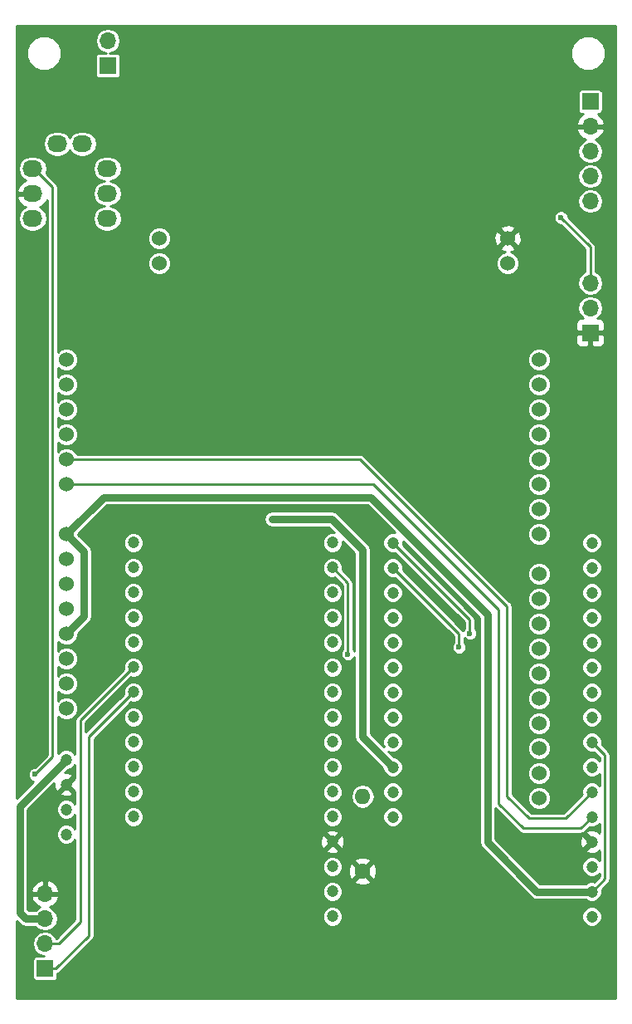
<source format=gbr>
G04 #@! TF.FileFunction,Copper,L2,Bot,Signal*
%FSLAX46Y46*%
G04 Gerber Fmt 4.6, Leading zero omitted, Abs format (unit mm)*
G04 Created by KiCad (PCBNEW 4.0.5) date 03/27/17 13:57:13*
%MOMM*%
%LPD*%
G01*
G04 APERTURE LIST*
%ADD10C,0.100000*%
%ADD11C,1.200000*%
%ADD12C,1.524000*%
%ADD13R,1.700000X1.700000*%
%ADD14O,1.700000X1.700000*%
%ADD15C,1.600000*%
%ADD16O,1.600000X1.600000*%
%ADD17O,2.032000X1.727200*%
%ADD18C,0.600000*%
%ADD19C,0.800000*%
%ADD20C,0.250000*%
%ADD21C,0.203000*%
%ADD22C,0.254000*%
G04 APERTURE END LIST*
D10*
D11*
X82670000Y-141240000D03*
X82670000Y-138700000D03*
X82670000Y-136160000D03*
X82670000Y-133620000D03*
X62350000Y-131080000D03*
X82670000Y-131080000D03*
X62350000Y-128540000D03*
X82670000Y-128540000D03*
X62350000Y-126000000D03*
X82670000Y-126000000D03*
X62350000Y-123460000D03*
X82670000Y-123460000D03*
X62350000Y-120920000D03*
X82670000Y-120920000D03*
X62350000Y-118380000D03*
X82670000Y-118380000D03*
X62350000Y-115840000D03*
X82670000Y-115840000D03*
X62350000Y-113300000D03*
X82670000Y-113300000D03*
X62350000Y-110760000D03*
X82670000Y-110760000D03*
X62350000Y-108220000D03*
X82670000Y-108220000D03*
X62350000Y-105680000D03*
X82670000Y-105680000D03*
X62350000Y-103140000D03*
X82670000Y-103140000D03*
D12*
X65000000Y-74660000D03*
X65000000Y-72120000D03*
X100560000Y-72120000D03*
X100560000Y-74660000D03*
D11*
X109160000Y-141250000D03*
X109160000Y-138710000D03*
X109160000Y-136170000D03*
X109160000Y-133630000D03*
X88840000Y-131090000D03*
X109160000Y-131090000D03*
X88840000Y-128550000D03*
X109160000Y-128550000D03*
X88840000Y-126010000D03*
X109160000Y-126010000D03*
X88840000Y-123470000D03*
X109160000Y-123470000D03*
X88840000Y-120930000D03*
X109160000Y-120930000D03*
X88840000Y-118390000D03*
X109160000Y-118390000D03*
X88840000Y-115850000D03*
X109160000Y-115850000D03*
X88840000Y-113310000D03*
X109160000Y-113310000D03*
X88840000Y-110770000D03*
X109160000Y-110770000D03*
X88840000Y-108230000D03*
X109160000Y-108230000D03*
X88840000Y-105690000D03*
X109160000Y-105690000D03*
X88840000Y-103150000D03*
X109160000Y-103150000D03*
D13*
X109000000Y-58170000D03*
D14*
X109000000Y-60710000D03*
X109000000Y-63250000D03*
X109000000Y-65790000D03*
X109000000Y-68330000D03*
D15*
X85750000Y-136620000D03*
D16*
X85750000Y-129000000D03*
D11*
X55500000Y-125250000D03*
X55500000Y-127790000D03*
X55500000Y-130330000D03*
X55500000Y-132870000D03*
D12*
X55540000Y-84500000D03*
X55540000Y-87040000D03*
X55540000Y-89580000D03*
X55540000Y-97200000D03*
X55540000Y-94660000D03*
X55540000Y-92120000D03*
X55540000Y-102280000D03*
X55540000Y-104820000D03*
X55540000Y-107360000D03*
X55540000Y-112440000D03*
X55540000Y-114980000D03*
X103800000Y-84500000D03*
X103800000Y-87040000D03*
X103800000Y-89580000D03*
X103800000Y-92120000D03*
X103800000Y-94660000D03*
X103800000Y-97200000D03*
X103800000Y-99740000D03*
X103800000Y-102280000D03*
X103800000Y-106344000D03*
X103800000Y-108884000D03*
X103800000Y-111424000D03*
X103800000Y-113964000D03*
X103800000Y-116504000D03*
X103800000Y-119044000D03*
X103800000Y-121584000D03*
X103800000Y-124124000D03*
X55540000Y-109900000D03*
X103800000Y-126664000D03*
X103800000Y-129204000D03*
X55540000Y-117520000D03*
X55540000Y-120060000D03*
D13*
X109000000Y-81750000D03*
D14*
X109000000Y-79210000D03*
X109000000Y-76670000D03*
D13*
X59750000Y-54500000D03*
D14*
X59750000Y-51960000D03*
D17*
X59690000Y-65024000D03*
X59690000Y-67564000D03*
X59690000Y-70104000D03*
X57150000Y-62484000D03*
X54610000Y-62484000D03*
X52070000Y-65024000D03*
X52070000Y-67564000D03*
X52070000Y-70104000D03*
D13*
X53340000Y-146558000D03*
D14*
X53340000Y-144018000D03*
X53340000Y-141478000D03*
X53340000Y-138938000D03*
D18*
X77910000Y-100750000D03*
X76500000Y-100750000D03*
X106000000Y-70000000D03*
X82323762Y-98500000D03*
X96699990Y-112392040D03*
X95600000Y-113800000D03*
X84250000Y-114500000D03*
X52324000Y-126746000D03*
D19*
X57072400Y-62380000D02*
X56920000Y-62380000D01*
X82638002Y-100750000D02*
X76500000Y-100750000D01*
X85750000Y-103861998D02*
X82638002Y-100750000D01*
X85750000Y-122920000D02*
X85750000Y-103861998D01*
X88840000Y-126010000D02*
X85750000Y-122920000D01*
X55500000Y-125250000D02*
X50750000Y-130000000D01*
X50750000Y-130000000D02*
X50750000Y-140900000D01*
X50750000Y-140900000D02*
X51328000Y-141478000D01*
X51328000Y-141478000D02*
X53340000Y-141478000D01*
D20*
X53340000Y-146558000D02*
X54440000Y-146558000D01*
X54440000Y-146558000D02*
X57799999Y-143198001D01*
X57799999Y-143198001D02*
X57799999Y-122930001D01*
X57799999Y-122930001D02*
X62350000Y-118380000D01*
X53340000Y-144018000D02*
X54732000Y-144018000D01*
X54732000Y-144018000D02*
X56949988Y-141800012D01*
X56949988Y-121240012D02*
X56949988Y-141800012D01*
X62350000Y-115840000D02*
X56949988Y-121240012D01*
X99625011Y-129750000D02*
X99625011Y-109976004D01*
X108000000Y-132250000D02*
X102125011Y-132250000D01*
X102125011Y-132250000D02*
X99625011Y-129750000D01*
X109160000Y-131090000D02*
X108000000Y-132250000D01*
X99625011Y-109976004D02*
X86849007Y-97200000D01*
X86849007Y-97200000D02*
X56617630Y-97200000D01*
X56617630Y-97200000D02*
X55540000Y-97200000D01*
X102750000Y-131250000D02*
X106460000Y-131250000D01*
X106460000Y-131250000D02*
X109160000Y-128550000D01*
X100475022Y-128975022D02*
X102750000Y-131250000D01*
X100475022Y-127750000D02*
X100475022Y-109623918D01*
X100475022Y-127750000D02*
X100475022Y-128975022D01*
X85511104Y-94660000D02*
X56617630Y-94660000D01*
X56617630Y-94660000D02*
X55540000Y-94660000D01*
X100475022Y-109623918D02*
X85511104Y-94660000D01*
D19*
X82323762Y-98500000D02*
X59320000Y-98500000D01*
X82323762Y-98500000D02*
X86558002Y-98500000D01*
X86558002Y-98500000D02*
X98500000Y-110441998D01*
X98500000Y-110441998D02*
X98500000Y-133675604D01*
X98500000Y-133675604D02*
X103534396Y-138710000D01*
X103534396Y-138710000D02*
X109160000Y-138710000D01*
D20*
X109000000Y-73000000D02*
X106000000Y-70000000D01*
X109000000Y-76670000D02*
X109000000Y-73000000D01*
D21*
X109000000Y-76500000D02*
X109000000Y-76670000D01*
D19*
X55540000Y-102280000D02*
X57302001Y-104042001D01*
X57302001Y-110677999D02*
X56301999Y-111678001D01*
X57302001Y-104042001D02*
X57302001Y-110677999D01*
X56301999Y-111678001D02*
X55540000Y-112440000D01*
D20*
X109160000Y-138710000D02*
X110485001Y-137384999D01*
X110485001Y-137384999D02*
X110485001Y-124795001D01*
X110485001Y-124795001D02*
X109759999Y-124069999D01*
X109759999Y-124069999D02*
X109160000Y-123470000D01*
D19*
X55540000Y-102280000D02*
X59320000Y-98500000D01*
D20*
X55462370Y-112440000D02*
X55052999Y-112030629D01*
X96699990Y-111967776D02*
X96699990Y-112392040D01*
X88840000Y-103150000D02*
X96699990Y-111009990D01*
X96699990Y-111009990D02*
X96699990Y-111967776D01*
X88840000Y-105690000D02*
X95600000Y-112450000D01*
X95600000Y-112450000D02*
X95600000Y-113800000D01*
X84250000Y-108250000D02*
X84250000Y-114500000D01*
X82670000Y-105680000D02*
X84250000Y-107260000D01*
X84250000Y-107260000D02*
X84250000Y-108250000D01*
X54102000Y-66903600D02*
X54102000Y-124968000D01*
X54102000Y-124968000D02*
X52324000Y-126746000D01*
X52070000Y-65024000D02*
X52222400Y-65024000D01*
X52222400Y-65024000D02*
X54102000Y-66903600D01*
D22*
G36*
X111594800Y-149594800D02*
X50405200Y-149594800D01*
X50405200Y-141724754D01*
X50743222Y-142062777D01*
X50830593Y-142121156D01*
X51011521Y-142242048D01*
X51328000Y-142305000D01*
X52361242Y-142305000D01*
X52412007Y-142380975D01*
X52826295Y-142657794D01*
X53279791Y-142748000D01*
X52826295Y-142838206D01*
X52412007Y-143115025D01*
X52135188Y-143529313D01*
X52037982Y-144018000D01*
X52135188Y-144506687D01*
X52412007Y-144920975D01*
X52826295Y-145197794D01*
X53202546Y-145272635D01*
X52490000Y-145272635D01*
X52331763Y-145302409D01*
X52186433Y-145395927D01*
X52088936Y-145538619D01*
X52054635Y-145708000D01*
X52054635Y-147408000D01*
X52084409Y-147566237D01*
X52177927Y-147711567D01*
X52320619Y-147809064D01*
X52490000Y-147843365D01*
X54190000Y-147843365D01*
X54348237Y-147813591D01*
X54493567Y-147720073D01*
X54591064Y-147577381D01*
X54625365Y-147408000D01*
X54625365Y-147073129D01*
X54651242Y-147067982D01*
X54830323Y-146948323D01*
X58190322Y-143588324D01*
X58309981Y-143409243D01*
X58351999Y-143198001D01*
X58351999Y-141443387D01*
X81642822Y-141443387D01*
X81798844Y-141820989D01*
X82087492Y-142110140D01*
X82464821Y-142266821D01*
X82873387Y-142267178D01*
X83250989Y-142111156D01*
X83540140Y-141822508D01*
X83693412Y-141453387D01*
X108132822Y-141453387D01*
X108288844Y-141830989D01*
X108577492Y-142120140D01*
X108954821Y-142276821D01*
X109363387Y-142277178D01*
X109740989Y-142121156D01*
X110030140Y-141832508D01*
X110186821Y-141455179D01*
X110187178Y-141046613D01*
X110031156Y-140669011D01*
X109742508Y-140379860D01*
X109365179Y-140223179D01*
X108956613Y-140222822D01*
X108579011Y-140378844D01*
X108289860Y-140667492D01*
X108133179Y-141044821D01*
X108132822Y-141453387D01*
X83693412Y-141453387D01*
X83696821Y-141445179D01*
X83697178Y-141036613D01*
X83541156Y-140659011D01*
X83252508Y-140369860D01*
X82875179Y-140213179D01*
X82466613Y-140212822D01*
X82089011Y-140368844D01*
X81799860Y-140657492D01*
X81643179Y-141034821D01*
X81642822Y-141443387D01*
X58351999Y-141443387D01*
X58351999Y-138903387D01*
X81642822Y-138903387D01*
X81798844Y-139280989D01*
X82087492Y-139570140D01*
X82464821Y-139726821D01*
X82873387Y-139727178D01*
X83250989Y-139571156D01*
X83540140Y-139282508D01*
X83696821Y-138905179D01*
X83697178Y-138496613D01*
X83541156Y-138119011D01*
X83252508Y-137829860D01*
X82875179Y-137673179D01*
X82466613Y-137672822D01*
X82089011Y-137828844D01*
X81799860Y-138117492D01*
X81643179Y-138494821D01*
X81642822Y-138903387D01*
X58351999Y-138903387D01*
X58351999Y-137627745D01*
X84921861Y-137627745D01*
X84995995Y-137873864D01*
X85533223Y-138066965D01*
X86103454Y-138039778D01*
X86504005Y-137873864D01*
X86578139Y-137627745D01*
X85750000Y-136799605D01*
X84921861Y-137627745D01*
X58351999Y-137627745D01*
X58351999Y-136363387D01*
X81642822Y-136363387D01*
X81798844Y-136740989D01*
X82087492Y-137030140D01*
X82464821Y-137186821D01*
X82873387Y-137187178D01*
X83250989Y-137031156D01*
X83540140Y-136742508D01*
X83681023Y-136403223D01*
X84303035Y-136403223D01*
X84330222Y-136973454D01*
X84496136Y-137374005D01*
X84742255Y-137448139D01*
X85570395Y-136620000D01*
X85929605Y-136620000D01*
X86757745Y-137448139D01*
X87003864Y-137374005D01*
X87196965Y-136836777D01*
X87169778Y-136266546D01*
X87003864Y-135865995D01*
X86757745Y-135791861D01*
X85929605Y-136620000D01*
X85570395Y-136620000D01*
X84742255Y-135791861D01*
X84496136Y-135865995D01*
X84303035Y-136403223D01*
X83681023Y-136403223D01*
X83696821Y-136365179D01*
X83697178Y-135956613D01*
X83554893Y-135612255D01*
X84921861Y-135612255D01*
X85750000Y-136440395D01*
X86578139Y-135612255D01*
X86504005Y-135366136D01*
X85966777Y-135173035D01*
X85396546Y-135200222D01*
X84995995Y-135366136D01*
X84921861Y-135612255D01*
X83554893Y-135612255D01*
X83541156Y-135579011D01*
X83252508Y-135289860D01*
X82875179Y-135133179D01*
X82466613Y-135132822D01*
X82089011Y-135288844D01*
X81799860Y-135577492D01*
X81643179Y-135954821D01*
X81642822Y-136363387D01*
X58351999Y-136363387D01*
X58351999Y-134482735D01*
X81986870Y-134482735D01*
X82036383Y-134708164D01*
X82501036Y-134867807D01*
X82991413Y-134837482D01*
X83303617Y-134708164D01*
X83353130Y-134482735D01*
X82670000Y-133799605D01*
X81986870Y-134482735D01*
X58351999Y-134482735D01*
X58351999Y-133451036D01*
X81422193Y-133451036D01*
X81452518Y-133941413D01*
X81581836Y-134253617D01*
X81807265Y-134303130D01*
X82490395Y-133620000D01*
X82849605Y-133620000D01*
X83532735Y-134303130D01*
X83758164Y-134253617D01*
X83917807Y-133788964D01*
X83887482Y-133298587D01*
X83758164Y-132986383D01*
X83532735Y-132936870D01*
X82849605Y-133620000D01*
X82490395Y-133620000D01*
X81807265Y-132936870D01*
X81581836Y-132986383D01*
X81422193Y-133451036D01*
X58351999Y-133451036D01*
X58351999Y-132757265D01*
X81986870Y-132757265D01*
X82670000Y-133440395D01*
X83353130Y-132757265D01*
X83303617Y-132531836D01*
X82838964Y-132372193D01*
X82348587Y-132402518D01*
X82036383Y-132531836D01*
X81986870Y-132757265D01*
X58351999Y-132757265D01*
X58351999Y-131283387D01*
X61322822Y-131283387D01*
X61478844Y-131660989D01*
X61767492Y-131950140D01*
X62144821Y-132106821D01*
X62553387Y-132107178D01*
X62930989Y-131951156D01*
X63220140Y-131662508D01*
X63376821Y-131285179D01*
X63376822Y-131283387D01*
X81642822Y-131283387D01*
X81798844Y-131660989D01*
X82087492Y-131950140D01*
X82464821Y-132106821D01*
X82873387Y-132107178D01*
X83250989Y-131951156D01*
X83540140Y-131662508D01*
X83693412Y-131293387D01*
X87812822Y-131293387D01*
X87968844Y-131670989D01*
X88257492Y-131960140D01*
X88634821Y-132116821D01*
X89043387Y-132117178D01*
X89420989Y-131961156D01*
X89710140Y-131672508D01*
X89866821Y-131295179D01*
X89867178Y-130886613D01*
X89711156Y-130509011D01*
X89422508Y-130219860D01*
X89045179Y-130063179D01*
X88636613Y-130062822D01*
X88259011Y-130218844D01*
X87969860Y-130507492D01*
X87813179Y-130884821D01*
X87812822Y-131293387D01*
X83693412Y-131293387D01*
X83696821Y-131285179D01*
X83697178Y-130876613D01*
X83541156Y-130499011D01*
X83252508Y-130209860D01*
X82875179Y-130053179D01*
X82466613Y-130052822D01*
X82089011Y-130208844D01*
X81799860Y-130497492D01*
X81643179Y-130874821D01*
X81642822Y-131283387D01*
X63376822Y-131283387D01*
X63377178Y-130876613D01*
X63221156Y-130499011D01*
X62932508Y-130209860D01*
X62555179Y-130053179D01*
X62146613Y-130052822D01*
X61769011Y-130208844D01*
X61479860Y-130497492D01*
X61323179Y-130874821D01*
X61322822Y-131283387D01*
X58351999Y-131283387D01*
X58351999Y-128743387D01*
X61322822Y-128743387D01*
X61478844Y-129120989D01*
X61767492Y-129410140D01*
X62144821Y-129566821D01*
X62553387Y-129567178D01*
X62930989Y-129411156D01*
X63220140Y-129122508D01*
X63376821Y-128745179D01*
X63376822Y-128743387D01*
X81642822Y-128743387D01*
X81798844Y-129120989D01*
X82087492Y-129410140D01*
X82464821Y-129566821D01*
X82873387Y-129567178D01*
X83250989Y-129411156D01*
X83540140Y-129122508D01*
X83600991Y-128975962D01*
X84523000Y-128975962D01*
X84523000Y-129024038D01*
X84616400Y-129493591D01*
X84882380Y-129891658D01*
X85280447Y-130157638D01*
X85750000Y-130251038D01*
X86219553Y-130157638D01*
X86617620Y-129891658D01*
X86883600Y-129493591D01*
X86977000Y-129024038D01*
X86977000Y-128975962D01*
X86932728Y-128753387D01*
X87812822Y-128753387D01*
X87968844Y-129130989D01*
X88257492Y-129420140D01*
X88634821Y-129576821D01*
X89043387Y-129577178D01*
X89420989Y-129421156D01*
X89710140Y-129132508D01*
X89866821Y-128755179D01*
X89867178Y-128346613D01*
X89711156Y-127969011D01*
X89422508Y-127679860D01*
X89045179Y-127523179D01*
X88636613Y-127522822D01*
X88259011Y-127678844D01*
X87969860Y-127967492D01*
X87813179Y-128344821D01*
X87812822Y-128753387D01*
X86932728Y-128753387D01*
X86883600Y-128506409D01*
X86617620Y-128108342D01*
X86219553Y-127842362D01*
X85750000Y-127748962D01*
X85280447Y-127842362D01*
X84882380Y-128108342D01*
X84616400Y-128506409D01*
X84523000Y-128975962D01*
X83600991Y-128975962D01*
X83696821Y-128745179D01*
X83697178Y-128336613D01*
X83541156Y-127959011D01*
X83252508Y-127669860D01*
X82875179Y-127513179D01*
X82466613Y-127512822D01*
X82089011Y-127668844D01*
X81799860Y-127957492D01*
X81643179Y-128334821D01*
X81642822Y-128743387D01*
X63376822Y-128743387D01*
X63377178Y-128336613D01*
X63221156Y-127959011D01*
X62932508Y-127669860D01*
X62555179Y-127513179D01*
X62146613Y-127512822D01*
X61769011Y-127668844D01*
X61479860Y-127957492D01*
X61323179Y-128334821D01*
X61322822Y-128743387D01*
X58351999Y-128743387D01*
X58351999Y-126203387D01*
X61322822Y-126203387D01*
X61478844Y-126580989D01*
X61767492Y-126870140D01*
X62144821Y-127026821D01*
X62553387Y-127027178D01*
X62930989Y-126871156D01*
X63220140Y-126582508D01*
X63376821Y-126205179D01*
X63376822Y-126203387D01*
X81642822Y-126203387D01*
X81798844Y-126580989D01*
X82087492Y-126870140D01*
X82464821Y-127026821D01*
X82873387Y-127027178D01*
X83250989Y-126871156D01*
X83540140Y-126582508D01*
X83696821Y-126205179D01*
X83697178Y-125796613D01*
X83541156Y-125419011D01*
X83252508Y-125129860D01*
X82875179Y-124973179D01*
X82466613Y-124972822D01*
X82089011Y-125128844D01*
X81799860Y-125417492D01*
X81643179Y-125794821D01*
X81642822Y-126203387D01*
X63376822Y-126203387D01*
X63377178Y-125796613D01*
X63221156Y-125419011D01*
X62932508Y-125129860D01*
X62555179Y-124973179D01*
X62146613Y-124972822D01*
X61769011Y-125128844D01*
X61479860Y-125417492D01*
X61323179Y-125794821D01*
X61322822Y-126203387D01*
X58351999Y-126203387D01*
X58351999Y-123663387D01*
X61322822Y-123663387D01*
X61478844Y-124040989D01*
X61767492Y-124330140D01*
X62144821Y-124486821D01*
X62553387Y-124487178D01*
X62930989Y-124331156D01*
X63220140Y-124042508D01*
X63376821Y-123665179D01*
X63376822Y-123663387D01*
X81642822Y-123663387D01*
X81798844Y-124040989D01*
X82087492Y-124330140D01*
X82464821Y-124486821D01*
X82873387Y-124487178D01*
X83250989Y-124331156D01*
X83540140Y-124042508D01*
X83696821Y-123665179D01*
X83697178Y-123256613D01*
X83541156Y-122879011D01*
X83252508Y-122589860D01*
X82875179Y-122433179D01*
X82466613Y-122432822D01*
X82089011Y-122588844D01*
X81799860Y-122877492D01*
X81643179Y-123254821D01*
X81642822Y-123663387D01*
X63376822Y-123663387D01*
X63377178Y-123256613D01*
X63221156Y-122879011D01*
X62932508Y-122589860D01*
X62555179Y-122433179D01*
X62146613Y-122432822D01*
X61769011Y-122588844D01*
X61479860Y-122877492D01*
X61323179Y-123254821D01*
X61322822Y-123663387D01*
X58351999Y-123663387D01*
X58351999Y-123158647D01*
X60387259Y-121123387D01*
X61322822Y-121123387D01*
X61478844Y-121500989D01*
X61767492Y-121790140D01*
X62144821Y-121946821D01*
X62553387Y-121947178D01*
X62930989Y-121791156D01*
X63220140Y-121502508D01*
X63376821Y-121125179D01*
X63376822Y-121123387D01*
X81642822Y-121123387D01*
X81798844Y-121500989D01*
X82087492Y-121790140D01*
X82464821Y-121946821D01*
X82873387Y-121947178D01*
X83250989Y-121791156D01*
X83540140Y-121502508D01*
X83696821Y-121125179D01*
X83697178Y-120716613D01*
X83541156Y-120339011D01*
X83252508Y-120049860D01*
X82875179Y-119893179D01*
X82466613Y-119892822D01*
X82089011Y-120048844D01*
X81799860Y-120337492D01*
X81643179Y-120714821D01*
X81642822Y-121123387D01*
X63376822Y-121123387D01*
X63377178Y-120716613D01*
X63221156Y-120339011D01*
X62932508Y-120049860D01*
X62555179Y-119893179D01*
X62146613Y-119892822D01*
X61769011Y-120048844D01*
X61479860Y-120337492D01*
X61323179Y-120714821D01*
X61322822Y-121123387D01*
X60387259Y-121123387D01*
X62115853Y-119394793D01*
X62144821Y-119406821D01*
X62553387Y-119407178D01*
X62930989Y-119251156D01*
X63220140Y-118962508D01*
X63376821Y-118585179D01*
X63376822Y-118583387D01*
X81642822Y-118583387D01*
X81798844Y-118960989D01*
X82087492Y-119250140D01*
X82464821Y-119406821D01*
X82873387Y-119407178D01*
X83250989Y-119251156D01*
X83540140Y-118962508D01*
X83696821Y-118585179D01*
X83697178Y-118176613D01*
X83541156Y-117799011D01*
X83252508Y-117509860D01*
X82875179Y-117353179D01*
X82466613Y-117352822D01*
X82089011Y-117508844D01*
X81799860Y-117797492D01*
X81643179Y-118174821D01*
X81642822Y-118583387D01*
X63376822Y-118583387D01*
X63377178Y-118176613D01*
X63221156Y-117799011D01*
X62932508Y-117509860D01*
X62555179Y-117353179D01*
X62146613Y-117352822D01*
X61769011Y-117508844D01*
X61479860Y-117797492D01*
X61323179Y-118174821D01*
X61322822Y-118583387D01*
X61335437Y-118613917D01*
X57501988Y-122447366D01*
X57501988Y-121468658D01*
X62115853Y-116854793D01*
X62144821Y-116866821D01*
X62553387Y-116867178D01*
X62930989Y-116711156D01*
X63220140Y-116422508D01*
X63376821Y-116045179D01*
X63376822Y-116043387D01*
X81642822Y-116043387D01*
X81798844Y-116420989D01*
X82087492Y-116710140D01*
X82464821Y-116866821D01*
X82873387Y-116867178D01*
X83250989Y-116711156D01*
X83540140Y-116422508D01*
X83696821Y-116045179D01*
X83697178Y-115636613D01*
X83541156Y-115259011D01*
X83252508Y-114969860D01*
X82875179Y-114813179D01*
X82466613Y-114812822D01*
X82089011Y-114968844D01*
X81799860Y-115257492D01*
X81643179Y-115634821D01*
X81642822Y-116043387D01*
X63376822Y-116043387D01*
X63377178Y-115636613D01*
X63221156Y-115259011D01*
X62932508Y-114969860D01*
X62555179Y-114813179D01*
X62146613Y-114812822D01*
X61769011Y-114968844D01*
X61479860Y-115257492D01*
X61323179Y-115634821D01*
X61322822Y-116043387D01*
X61335437Y-116073917D01*
X56559665Y-120849689D01*
X56440006Y-121028770D01*
X56440006Y-121028771D01*
X56397988Y-121240012D01*
X56397988Y-124733949D01*
X56371156Y-124669011D01*
X56082508Y-124379860D01*
X55705179Y-124223179D01*
X55296613Y-124222822D01*
X54919011Y-124378844D01*
X54654000Y-124643394D01*
X54654000Y-120855422D01*
X54865606Y-121067397D01*
X55302456Y-121248793D01*
X55775469Y-121249206D01*
X56212635Y-121068573D01*
X56547397Y-120734394D01*
X56728793Y-120297544D01*
X56729206Y-119824531D01*
X56548573Y-119387365D01*
X56214394Y-119052603D01*
X55777544Y-118871207D01*
X55304531Y-118870794D01*
X54867365Y-119051427D01*
X54654000Y-119264420D01*
X54654000Y-118315422D01*
X54865606Y-118527397D01*
X55302456Y-118708793D01*
X55775469Y-118709206D01*
X56212635Y-118528573D01*
X56547397Y-118194394D01*
X56728793Y-117757544D01*
X56729206Y-117284531D01*
X56548573Y-116847365D01*
X56214394Y-116512603D01*
X55777544Y-116331207D01*
X55304531Y-116330794D01*
X54867365Y-116511427D01*
X54654000Y-116724420D01*
X54654000Y-115775422D01*
X54865606Y-115987397D01*
X55302456Y-116168793D01*
X55775469Y-116169206D01*
X56212635Y-115988573D01*
X56547397Y-115654394D01*
X56728793Y-115217544D01*
X56729206Y-114744531D01*
X56548573Y-114307365D01*
X56214394Y-113972603D01*
X55777544Y-113791207D01*
X55304531Y-113790794D01*
X54867365Y-113971427D01*
X54654000Y-114184420D01*
X54654000Y-113235422D01*
X54865606Y-113447397D01*
X55302456Y-113628793D01*
X55775469Y-113629206D01*
X56079974Y-113503387D01*
X61322822Y-113503387D01*
X61478844Y-113880989D01*
X61767492Y-114170140D01*
X62144821Y-114326821D01*
X62553387Y-114327178D01*
X62930989Y-114171156D01*
X63220140Y-113882508D01*
X63376821Y-113505179D01*
X63376822Y-113503387D01*
X81642822Y-113503387D01*
X81798844Y-113880989D01*
X82087492Y-114170140D01*
X82464821Y-114326821D01*
X82873387Y-114327178D01*
X83250989Y-114171156D01*
X83540140Y-113882508D01*
X83696821Y-113505179D01*
X83697178Y-113096613D01*
X83541156Y-112719011D01*
X83252508Y-112429860D01*
X82875179Y-112273179D01*
X82466613Y-112272822D01*
X82089011Y-112428844D01*
X81799860Y-112717492D01*
X81643179Y-113094821D01*
X81642822Y-113503387D01*
X63376822Y-113503387D01*
X63377178Y-113096613D01*
X63221156Y-112719011D01*
X62932508Y-112429860D01*
X62555179Y-112273179D01*
X62146613Y-112272822D01*
X61769011Y-112428844D01*
X61479860Y-112717492D01*
X61323179Y-113094821D01*
X61322822Y-113503387D01*
X56079974Y-113503387D01*
X56212635Y-113448573D01*
X56547397Y-113114394D01*
X56728793Y-112677544D01*
X56729017Y-112420537D01*
X56886776Y-112262779D01*
X56886778Y-112262776D01*
X57886778Y-111262777D01*
X58066049Y-110994478D01*
X58072233Y-110963387D01*
X61322822Y-110963387D01*
X61478844Y-111340989D01*
X61767492Y-111630140D01*
X62144821Y-111786821D01*
X62553387Y-111787178D01*
X62930989Y-111631156D01*
X63220140Y-111342508D01*
X63376821Y-110965179D01*
X63376822Y-110963387D01*
X81642822Y-110963387D01*
X81798844Y-111340989D01*
X82087492Y-111630140D01*
X82464821Y-111786821D01*
X82873387Y-111787178D01*
X83250989Y-111631156D01*
X83540140Y-111342508D01*
X83696821Y-110965179D01*
X83697178Y-110556613D01*
X83541156Y-110179011D01*
X83252508Y-109889860D01*
X82875179Y-109733179D01*
X82466613Y-109732822D01*
X82089011Y-109888844D01*
X81799860Y-110177492D01*
X81643179Y-110554821D01*
X81642822Y-110963387D01*
X63376822Y-110963387D01*
X63377178Y-110556613D01*
X63221156Y-110179011D01*
X62932508Y-109889860D01*
X62555179Y-109733179D01*
X62146613Y-109732822D01*
X61769011Y-109888844D01*
X61479860Y-110177492D01*
X61323179Y-110554821D01*
X61322822Y-110963387D01*
X58072233Y-110963387D01*
X58129001Y-110677999D01*
X58129001Y-108423387D01*
X61322822Y-108423387D01*
X61478844Y-108800989D01*
X61767492Y-109090140D01*
X62144821Y-109246821D01*
X62553387Y-109247178D01*
X62930989Y-109091156D01*
X63220140Y-108802508D01*
X63376821Y-108425179D01*
X63376822Y-108423387D01*
X81642822Y-108423387D01*
X81798844Y-108800989D01*
X82087492Y-109090140D01*
X82464821Y-109246821D01*
X82873387Y-109247178D01*
X83250989Y-109091156D01*
X83540140Y-108802508D01*
X83696821Y-108425179D01*
X83697178Y-108016613D01*
X83541156Y-107639011D01*
X83252508Y-107349860D01*
X82875179Y-107193179D01*
X82466613Y-107192822D01*
X82089011Y-107348844D01*
X81799860Y-107637492D01*
X81643179Y-108014821D01*
X81642822Y-108423387D01*
X63376822Y-108423387D01*
X63377178Y-108016613D01*
X63221156Y-107639011D01*
X62932508Y-107349860D01*
X62555179Y-107193179D01*
X62146613Y-107192822D01*
X61769011Y-107348844D01*
X61479860Y-107637492D01*
X61323179Y-108014821D01*
X61322822Y-108423387D01*
X58129001Y-108423387D01*
X58129001Y-105883387D01*
X61322822Y-105883387D01*
X61478844Y-106260989D01*
X61767492Y-106550140D01*
X62144821Y-106706821D01*
X62553387Y-106707178D01*
X62930989Y-106551156D01*
X63220140Y-106262508D01*
X63376821Y-105885179D01*
X63377178Y-105476613D01*
X63221156Y-105099011D01*
X62932508Y-104809860D01*
X62555179Y-104653179D01*
X62146613Y-104652822D01*
X61769011Y-104808844D01*
X61479860Y-105097492D01*
X61323179Y-105474821D01*
X61322822Y-105883387D01*
X58129001Y-105883387D01*
X58129001Y-104042001D01*
X58066049Y-103725522D01*
X58063020Y-103720989D01*
X57886779Y-103457224D01*
X57772942Y-103343387D01*
X61322822Y-103343387D01*
X61478844Y-103720989D01*
X61767492Y-104010140D01*
X62144821Y-104166821D01*
X62553387Y-104167178D01*
X62930989Y-104011156D01*
X63220140Y-103722508D01*
X63376821Y-103345179D01*
X63377178Y-102936613D01*
X63221156Y-102559011D01*
X62932508Y-102269860D01*
X62555179Y-102113179D01*
X62146613Y-102112822D01*
X61769011Y-102268844D01*
X61479860Y-102557492D01*
X61323179Y-102934821D01*
X61322822Y-103343387D01*
X57772942Y-103343387D01*
X56728983Y-102299429D01*
X56729017Y-102260537D01*
X58239554Y-100750000D01*
X75673000Y-100750000D01*
X75735952Y-101066479D01*
X75915223Y-101334777D01*
X76183521Y-101514048D01*
X76500000Y-101577000D01*
X82295448Y-101577000D01*
X82831589Y-102113141D01*
X82466613Y-102112822D01*
X82089011Y-102268844D01*
X81799860Y-102557492D01*
X81643179Y-102934821D01*
X81642822Y-103343387D01*
X81798844Y-103720989D01*
X82087492Y-104010140D01*
X82464821Y-104166821D01*
X82873387Y-104167178D01*
X83250989Y-104011156D01*
X83540140Y-103722508D01*
X83696821Y-103345179D01*
X83697141Y-102978693D01*
X84923000Y-104204552D01*
X84923000Y-114225030D01*
X84866680Y-114088725D01*
X84802000Y-114023932D01*
X84802000Y-107260000D01*
X84759982Y-107048759D01*
X84640323Y-106869677D01*
X83684793Y-105914147D01*
X83696821Y-105885179D01*
X83697178Y-105476613D01*
X83541156Y-105099011D01*
X83252508Y-104809860D01*
X82875179Y-104653179D01*
X82466613Y-104652822D01*
X82089011Y-104808844D01*
X81799860Y-105097492D01*
X81643179Y-105474821D01*
X81642822Y-105883387D01*
X81798844Y-106260989D01*
X82087492Y-106550140D01*
X82464821Y-106706821D01*
X82873387Y-106707178D01*
X82903917Y-106694563D01*
X83698000Y-107488646D01*
X83698000Y-114023800D01*
X83634039Y-114087650D01*
X83523126Y-114354756D01*
X83522874Y-114643975D01*
X83633320Y-114911275D01*
X83837650Y-115115961D01*
X84104756Y-115226874D01*
X84393975Y-115227126D01*
X84661275Y-115116680D01*
X84865961Y-114912350D01*
X84923000Y-114774986D01*
X84923000Y-122920000D01*
X84985952Y-123236479D01*
X85165223Y-123504777D01*
X87812875Y-126152429D01*
X87812822Y-126213387D01*
X87968844Y-126590989D01*
X88257492Y-126880140D01*
X88634821Y-127036821D01*
X89043387Y-127037178D01*
X89420989Y-126881156D01*
X89710140Y-126592508D01*
X89866821Y-126215179D01*
X89867178Y-125806613D01*
X89711156Y-125429011D01*
X89422508Y-125139860D01*
X89045179Y-124983179D01*
X88982678Y-124983124D01*
X88398065Y-124398511D01*
X88634821Y-124496821D01*
X89043387Y-124497178D01*
X89420989Y-124341156D01*
X89710140Y-124052508D01*
X89866821Y-123675179D01*
X89867178Y-123266613D01*
X89711156Y-122889011D01*
X89422508Y-122599860D01*
X89045179Y-122443179D01*
X88636613Y-122442822D01*
X88259011Y-122598844D01*
X87969860Y-122887492D01*
X87813179Y-123264821D01*
X87812822Y-123673387D01*
X87911317Y-123911763D01*
X86577000Y-122577446D01*
X86577000Y-121133387D01*
X87812822Y-121133387D01*
X87968844Y-121510989D01*
X88257492Y-121800140D01*
X88634821Y-121956821D01*
X89043387Y-121957178D01*
X89420989Y-121801156D01*
X89710140Y-121512508D01*
X89866821Y-121135179D01*
X89867178Y-120726613D01*
X89711156Y-120349011D01*
X89422508Y-120059860D01*
X89045179Y-119903179D01*
X88636613Y-119902822D01*
X88259011Y-120058844D01*
X87969860Y-120347492D01*
X87813179Y-120724821D01*
X87812822Y-121133387D01*
X86577000Y-121133387D01*
X86577000Y-118593387D01*
X87812822Y-118593387D01*
X87968844Y-118970989D01*
X88257492Y-119260140D01*
X88634821Y-119416821D01*
X89043387Y-119417178D01*
X89420989Y-119261156D01*
X89710140Y-118972508D01*
X89866821Y-118595179D01*
X89867178Y-118186613D01*
X89711156Y-117809011D01*
X89422508Y-117519860D01*
X89045179Y-117363179D01*
X88636613Y-117362822D01*
X88259011Y-117518844D01*
X87969860Y-117807492D01*
X87813179Y-118184821D01*
X87812822Y-118593387D01*
X86577000Y-118593387D01*
X86577000Y-116053387D01*
X87812822Y-116053387D01*
X87968844Y-116430989D01*
X88257492Y-116720140D01*
X88634821Y-116876821D01*
X89043387Y-116877178D01*
X89420989Y-116721156D01*
X89710140Y-116432508D01*
X89866821Y-116055179D01*
X89867178Y-115646613D01*
X89711156Y-115269011D01*
X89422508Y-114979860D01*
X89045179Y-114823179D01*
X88636613Y-114822822D01*
X88259011Y-114978844D01*
X87969860Y-115267492D01*
X87813179Y-115644821D01*
X87812822Y-116053387D01*
X86577000Y-116053387D01*
X86577000Y-113513387D01*
X87812822Y-113513387D01*
X87968844Y-113890989D01*
X88257492Y-114180140D01*
X88634821Y-114336821D01*
X89043387Y-114337178D01*
X89420989Y-114181156D01*
X89710140Y-113892508D01*
X89866821Y-113515179D01*
X89867178Y-113106613D01*
X89711156Y-112729011D01*
X89422508Y-112439860D01*
X89045179Y-112283179D01*
X88636613Y-112282822D01*
X88259011Y-112438844D01*
X87969860Y-112727492D01*
X87813179Y-113104821D01*
X87812822Y-113513387D01*
X86577000Y-113513387D01*
X86577000Y-110973387D01*
X87812822Y-110973387D01*
X87968844Y-111350989D01*
X88257492Y-111640140D01*
X88634821Y-111796821D01*
X89043387Y-111797178D01*
X89420989Y-111641156D01*
X89710140Y-111352508D01*
X89866821Y-110975179D01*
X89867178Y-110566613D01*
X89711156Y-110189011D01*
X89422508Y-109899860D01*
X89045179Y-109743179D01*
X88636613Y-109742822D01*
X88259011Y-109898844D01*
X87969860Y-110187492D01*
X87813179Y-110564821D01*
X87812822Y-110973387D01*
X86577000Y-110973387D01*
X86577000Y-108433387D01*
X87812822Y-108433387D01*
X87968844Y-108810989D01*
X88257492Y-109100140D01*
X88634821Y-109256821D01*
X89043387Y-109257178D01*
X89420989Y-109101156D01*
X89710140Y-108812508D01*
X89866821Y-108435179D01*
X89867178Y-108026613D01*
X89711156Y-107649011D01*
X89422508Y-107359860D01*
X89045179Y-107203179D01*
X88636613Y-107202822D01*
X88259011Y-107358844D01*
X87969860Y-107647492D01*
X87813179Y-108024821D01*
X87812822Y-108433387D01*
X86577000Y-108433387D01*
X86577000Y-103861998D01*
X86514048Y-103545519D01*
X86334777Y-103277221D01*
X83222779Y-100165223D01*
X82954481Y-99985952D01*
X82638002Y-99923000D01*
X76500000Y-99923000D01*
X76183521Y-99985952D01*
X75915223Y-100165223D01*
X75735952Y-100433521D01*
X75673000Y-100750000D01*
X58239554Y-100750000D01*
X59662554Y-99327000D01*
X86215448Y-99327000D01*
X89011597Y-102123150D01*
X88636613Y-102122822D01*
X88259011Y-102278844D01*
X87969860Y-102567492D01*
X87813179Y-102944821D01*
X87812822Y-103353387D01*
X87968844Y-103730989D01*
X88257492Y-104020140D01*
X88634821Y-104176821D01*
X89043387Y-104177178D01*
X89073917Y-104164563D01*
X96147990Y-111238636D01*
X96147990Y-111915840D01*
X96084029Y-111979690D01*
X96027631Y-112115511D01*
X95990323Y-112059677D01*
X89854793Y-105924147D01*
X89866821Y-105895179D01*
X89867178Y-105486613D01*
X89711156Y-105109011D01*
X89422508Y-104819860D01*
X89045179Y-104663179D01*
X88636613Y-104662822D01*
X88259011Y-104818844D01*
X87969860Y-105107492D01*
X87813179Y-105484821D01*
X87812822Y-105893387D01*
X87968844Y-106270989D01*
X88257492Y-106560140D01*
X88634821Y-106716821D01*
X89043387Y-106717178D01*
X89073917Y-106704563D01*
X95048000Y-112678646D01*
X95048000Y-113323800D01*
X94984039Y-113387650D01*
X94873126Y-113654756D01*
X94872874Y-113943975D01*
X94983320Y-114211275D01*
X95187650Y-114415961D01*
X95454756Y-114526874D01*
X95743975Y-114527126D01*
X96011275Y-114416680D01*
X96215961Y-114212350D01*
X96326874Y-113945244D01*
X96327126Y-113656025D01*
X96216680Y-113388725D01*
X96152000Y-113323932D01*
X96152000Y-112872125D01*
X96287640Y-113008001D01*
X96554746Y-113118914D01*
X96843965Y-113119166D01*
X97111265Y-113008720D01*
X97315951Y-112804390D01*
X97426864Y-112537284D01*
X97427116Y-112248065D01*
X97316670Y-111980765D01*
X97251990Y-111915972D01*
X97251990Y-111009990D01*
X97209972Y-110798749D01*
X97090313Y-110619667D01*
X89854793Y-103384147D01*
X89866821Y-103355179D01*
X89867150Y-102978702D01*
X97673000Y-110784553D01*
X97673000Y-133675604D01*
X97735952Y-133992083D01*
X97915223Y-134260381D01*
X102949619Y-139294777D01*
X103217917Y-139474048D01*
X103534396Y-139537000D01*
X108534427Y-139537000D01*
X108577492Y-139580140D01*
X108954821Y-139736821D01*
X109363387Y-139737178D01*
X109740989Y-139581156D01*
X110030140Y-139292508D01*
X110186821Y-138915179D01*
X110187178Y-138506613D01*
X110174563Y-138476083D01*
X110875324Y-137775322D01*
X110936892Y-137683179D01*
X110994983Y-137596240D01*
X111037001Y-137384999D01*
X111037001Y-124795001D01*
X110994983Y-124583760D01*
X110994983Y-124583759D01*
X110875324Y-124404678D01*
X110174793Y-123704147D01*
X110186821Y-123675179D01*
X110187178Y-123266613D01*
X110031156Y-122889011D01*
X109742508Y-122599860D01*
X109365179Y-122443179D01*
X108956613Y-122442822D01*
X108579011Y-122598844D01*
X108289860Y-122887492D01*
X108133179Y-123264821D01*
X108132822Y-123673387D01*
X108288844Y-124050989D01*
X108577492Y-124340140D01*
X108954821Y-124496821D01*
X109363387Y-124497178D01*
X109393917Y-124484563D01*
X109933001Y-125023647D01*
X109933001Y-125330685D01*
X109742508Y-125139860D01*
X109365179Y-124983179D01*
X108956613Y-124982822D01*
X108579011Y-125138844D01*
X108289860Y-125427492D01*
X108133179Y-125804821D01*
X108132822Y-126213387D01*
X108288844Y-126590989D01*
X108577492Y-126880140D01*
X108954821Y-127036821D01*
X109363387Y-127037178D01*
X109740989Y-126881156D01*
X109933001Y-126689478D01*
X109933001Y-127870685D01*
X109742508Y-127679860D01*
X109365179Y-127523179D01*
X108956613Y-127522822D01*
X108579011Y-127678844D01*
X108289860Y-127967492D01*
X108133179Y-128344821D01*
X108132822Y-128753387D01*
X108145437Y-128783917D01*
X106231354Y-130698000D01*
X102978646Y-130698000D01*
X101720115Y-129439469D01*
X102610794Y-129439469D01*
X102791427Y-129876635D01*
X103125606Y-130211397D01*
X103562456Y-130392793D01*
X104035469Y-130393206D01*
X104472635Y-130212573D01*
X104807397Y-129878394D01*
X104988793Y-129441544D01*
X104989206Y-128968531D01*
X104808573Y-128531365D01*
X104474394Y-128196603D01*
X104037544Y-128015207D01*
X103564531Y-128014794D01*
X103127365Y-128195427D01*
X102792603Y-128529606D01*
X102611207Y-128966456D01*
X102610794Y-129439469D01*
X101720115Y-129439469D01*
X101027022Y-128746376D01*
X101027022Y-126899469D01*
X102610794Y-126899469D01*
X102791427Y-127336635D01*
X103125606Y-127671397D01*
X103562456Y-127852793D01*
X104035469Y-127853206D01*
X104472635Y-127672573D01*
X104807397Y-127338394D01*
X104988793Y-126901544D01*
X104989206Y-126428531D01*
X104808573Y-125991365D01*
X104474394Y-125656603D01*
X104037544Y-125475207D01*
X103564531Y-125474794D01*
X103127365Y-125655427D01*
X102792603Y-125989606D01*
X102611207Y-126426456D01*
X102610794Y-126899469D01*
X101027022Y-126899469D01*
X101027022Y-124359469D01*
X102610794Y-124359469D01*
X102791427Y-124796635D01*
X103125606Y-125131397D01*
X103562456Y-125312793D01*
X104035469Y-125313206D01*
X104472635Y-125132573D01*
X104807397Y-124798394D01*
X104988793Y-124361544D01*
X104989206Y-123888531D01*
X104808573Y-123451365D01*
X104474394Y-123116603D01*
X104037544Y-122935207D01*
X103564531Y-122934794D01*
X103127365Y-123115427D01*
X102792603Y-123449606D01*
X102611207Y-123886456D01*
X102610794Y-124359469D01*
X101027022Y-124359469D01*
X101027022Y-121819469D01*
X102610794Y-121819469D01*
X102791427Y-122256635D01*
X103125606Y-122591397D01*
X103562456Y-122772793D01*
X104035469Y-122773206D01*
X104472635Y-122592573D01*
X104807397Y-122258394D01*
X104988793Y-121821544D01*
X104989206Y-121348531D01*
X104900311Y-121133387D01*
X108132822Y-121133387D01*
X108288844Y-121510989D01*
X108577492Y-121800140D01*
X108954821Y-121956821D01*
X109363387Y-121957178D01*
X109740989Y-121801156D01*
X110030140Y-121512508D01*
X110186821Y-121135179D01*
X110187178Y-120726613D01*
X110031156Y-120349011D01*
X109742508Y-120059860D01*
X109365179Y-119903179D01*
X108956613Y-119902822D01*
X108579011Y-120058844D01*
X108289860Y-120347492D01*
X108133179Y-120724821D01*
X108132822Y-121133387D01*
X104900311Y-121133387D01*
X104808573Y-120911365D01*
X104474394Y-120576603D01*
X104037544Y-120395207D01*
X103564531Y-120394794D01*
X103127365Y-120575427D01*
X102792603Y-120909606D01*
X102611207Y-121346456D01*
X102610794Y-121819469D01*
X101027022Y-121819469D01*
X101027022Y-119279469D01*
X102610794Y-119279469D01*
X102791427Y-119716635D01*
X103125606Y-120051397D01*
X103562456Y-120232793D01*
X104035469Y-120233206D01*
X104472635Y-120052573D01*
X104807397Y-119718394D01*
X104988793Y-119281544D01*
X104989206Y-118808531D01*
X104900311Y-118593387D01*
X108132822Y-118593387D01*
X108288844Y-118970989D01*
X108577492Y-119260140D01*
X108954821Y-119416821D01*
X109363387Y-119417178D01*
X109740989Y-119261156D01*
X110030140Y-118972508D01*
X110186821Y-118595179D01*
X110187178Y-118186613D01*
X110031156Y-117809011D01*
X109742508Y-117519860D01*
X109365179Y-117363179D01*
X108956613Y-117362822D01*
X108579011Y-117518844D01*
X108289860Y-117807492D01*
X108133179Y-118184821D01*
X108132822Y-118593387D01*
X104900311Y-118593387D01*
X104808573Y-118371365D01*
X104474394Y-118036603D01*
X104037544Y-117855207D01*
X103564531Y-117854794D01*
X103127365Y-118035427D01*
X102792603Y-118369606D01*
X102611207Y-118806456D01*
X102610794Y-119279469D01*
X101027022Y-119279469D01*
X101027022Y-116739469D01*
X102610794Y-116739469D01*
X102791427Y-117176635D01*
X103125606Y-117511397D01*
X103562456Y-117692793D01*
X104035469Y-117693206D01*
X104472635Y-117512573D01*
X104807397Y-117178394D01*
X104988793Y-116741544D01*
X104989206Y-116268531D01*
X104900311Y-116053387D01*
X108132822Y-116053387D01*
X108288844Y-116430989D01*
X108577492Y-116720140D01*
X108954821Y-116876821D01*
X109363387Y-116877178D01*
X109740989Y-116721156D01*
X110030140Y-116432508D01*
X110186821Y-116055179D01*
X110187178Y-115646613D01*
X110031156Y-115269011D01*
X109742508Y-114979860D01*
X109365179Y-114823179D01*
X108956613Y-114822822D01*
X108579011Y-114978844D01*
X108289860Y-115267492D01*
X108133179Y-115644821D01*
X108132822Y-116053387D01*
X104900311Y-116053387D01*
X104808573Y-115831365D01*
X104474394Y-115496603D01*
X104037544Y-115315207D01*
X103564531Y-115314794D01*
X103127365Y-115495427D01*
X102792603Y-115829606D01*
X102611207Y-116266456D01*
X102610794Y-116739469D01*
X101027022Y-116739469D01*
X101027022Y-114199469D01*
X102610794Y-114199469D01*
X102791427Y-114636635D01*
X103125606Y-114971397D01*
X103562456Y-115152793D01*
X104035469Y-115153206D01*
X104472635Y-114972573D01*
X104807397Y-114638394D01*
X104988793Y-114201544D01*
X104989206Y-113728531D01*
X104900311Y-113513387D01*
X108132822Y-113513387D01*
X108288844Y-113890989D01*
X108577492Y-114180140D01*
X108954821Y-114336821D01*
X109363387Y-114337178D01*
X109740989Y-114181156D01*
X110030140Y-113892508D01*
X110186821Y-113515179D01*
X110187178Y-113106613D01*
X110031156Y-112729011D01*
X109742508Y-112439860D01*
X109365179Y-112283179D01*
X108956613Y-112282822D01*
X108579011Y-112438844D01*
X108289860Y-112727492D01*
X108133179Y-113104821D01*
X108132822Y-113513387D01*
X104900311Y-113513387D01*
X104808573Y-113291365D01*
X104474394Y-112956603D01*
X104037544Y-112775207D01*
X103564531Y-112774794D01*
X103127365Y-112955427D01*
X102792603Y-113289606D01*
X102611207Y-113726456D01*
X102610794Y-114199469D01*
X101027022Y-114199469D01*
X101027022Y-111659469D01*
X102610794Y-111659469D01*
X102791427Y-112096635D01*
X103125606Y-112431397D01*
X103562456Y-112612793D01*
X104035469Y-112613206D01*
X104472635Y-112432573D01*
X104807397Y-112098394D01*
X104988793Y-111661544D01*
X104989206Y-111188531D01*
X104900311Y-110973387D01*
X108132822Y-110973387D01*
X108288844Y-111350989D01*
X108577492Y-111640140D01*
X108954821Y-111796821D01*
X109363387Y-111797178D01*
X109740989Y-111641156D01*
X110030140Y-111352508D01*
X110186821Y-110975179D01*
X110187178Y-110566613D01*
X110031156Y-110189011D01*
X109742508Y-109899860D01*
X109365179Y-109743179D01*
X108956613Y-109742822D01*
X108579011Y-109898844D01*
X108289860Y-110187492D01*
X108133179Y-110564821D01*
X108132822Y-110973387D01*
X104900311Y-110973387D01*
X104808573Y-110751365D01*
X104474394Y-110416603D01*
X104037544Y-110235207D01*
X103564531Y-110234794D01*
X103127365Y-110415427D01*
X102792603Y-110749606D01*
X102611207Y-111186456D01*
X102610794Y-111659469D01*
X101027022Y-111659469D01*
X101027022Y-109623918D01*
X100985004Y-109412677D01*
X100985004Y-109412676D01*
X100865345Y-109233595D01*
X100751219Y-109119469D01*
X102610794Y-109119469D01*
X102791427Y-109556635D01*
X103125606Y-109891397D01*
X103562456Y-110072793D01*
X104035469Y-110073206D01*
X104472635Y-109892573D01*
X104807397Y-109558394D01*
X104988793Y-109121544D01*
X104989206Y-108648531D01*
X104900311Y-108433387D01*
X108132822Y-108433387D01*
X108288844Y-108810989D01*
X108577492Y-109100140D01*
X108954821Y-109256821D01*
X109363387Y-109257178D01*
X109740989Y-109101156D01*
X110030140Y-108812508D01*
X110186821Y-108435179D01*
X110187178Y-108026613D01*
X110031156Y-107649011D01*
X109742508Y-107359860D01*
X109365179Y-107203179D01*
X108956613Y-107202822D01*
X108579011Y-107358844D01*
X108289860Y-107647492D01*
X108133179Y-108024821D01*
X108132822Y-108433387D01*
X104900311Y-108433387D01*
X104808573Y-108211365D01*
X104474394Y-107876603D01*
X104037544Y-107695207D01*
X103564531Y-107694794D01*
X103127365Y-107875427D01*
X102792603Y-108209606D01*
X102611207Y-108646456D01*
X102610794Y-109119469D01*
X100751219Y-109119469D01*
X98211219Y-106579469D01*
X102610794Y-106579469D01*
X102791427Y-107016635D01*
X103125606Y-107351397D01*
X103562456Y-107532793D01*
X104035469Y-107533206D01*
X104472635Y-107352573D01*
X104807397Y-107018394D01*
X104988793Y-106581544D01*
X104989206Y-106108531D01*
X104900311Y-105893387D01*
X108132822Y-105893387D01*
X108288844Y-106270989D01*
X108577492Y-106560140D01*
X108954821Y-106716821D01*
X109363387Y-106717178D01*
X109740989Y-106561156D01*
X110030140Y-106272508D01*
X110186821Y-105895179D01*
X110187178Y-105486613D01*
X110031156Y-105109011D01*
X109742508Y-104819860D01*
X109365179Y-104663179D01*
X108956613Y-104662822D01*
X108579011Y-104818844D01*
X108289860Y-105107492D01*
X108133179Y-105484821D01*
X108132822Y-105893387D01*
X104900311Y-105893387D01*
X104808573Y-105671365D01*
X104474394Y-105336603D01*
X104037544Y-105155207D01*
X103564531Y-105154794D01*
X103127365Y-105335427D01*
X102792603Y-105669606D01*
X102611207Y-106106456D01*
X102610794Y-106579469D01*
X98211219Y-106579469D01*
X94147219Y-102515469D01*
X102610794Y-102515469D01*
X102791427Y-102952635D01*
X103125606Y-103287397D01*
X103562456Y-103468793D01*
X104035469Y-103469206D01*
X104315772Y-103353387D01*
X108132822Y-103353387D01*
X108288844Y-103730989D01*
X108577492Y-104020140D01*
X108954821Y-104176821D01*
X109363387Y-104177178D01*
X109740989Y-104021156D01*
X110030140Y-103732508D01*
X110186821Y-103355179D01*
X110187178Y-102946613D01*
X110031156Y-102569011D01*
X109742508Y-102279860D01*
X109365179Y-102123179D01*
X108956613Y-102122822D01*
X108579011Y-102278844D01*
X108289860Y-102567492D01*
X108133179Y-102944821D01*
X108132822Y-103353387D01*
X104315772Y-103353387D01*
X104472635Y-103288573D01*
X104807397Y-102954394D01*
X104988793Y-102517544D01*
X104989206Y-102044531D01*
X104808573Y-101607365D01*
X104474394Y-101272603D01*
X104037544Y-101091207D01*
X103564531Y-101090794D01*
X103127365Y-101271427D01*
X102792603Y-101605606D01*
X102611207Y-102042456D01*
X102610794Y-102515469D01*
X94147219Y-102515469D01*
X91607219Y-99975469D01*
X102610794Y-99975469D01*
X102791427Y-100412635D01*
X103125606Y-100747397D01*
X103562456Y-100928793D01*
X104035469Y-100929206D01*
X104472635Y-100748573D01*
X104807397Y-100414394D01*
X104988793Y-99977544D01*
X104989206Y-99504531D01*
X104808573Y-99067365D01*
X104474394Y-98732603D01*
X104037544Y-98551207D01*
X103564531Y-98550794D01*
X103127365Y-98731427D01*
X102792603Y-99065606D01*
X102611207Y-99502456D01*
X102610794Y-99975469D01*
X91607219Y-99975469D01*
X89067219Y-97435469D01*
X102610794Y-97435469D01*
X102791427Y-97872635D01*
X103125606Y-98207397D01*
X103562456Y-98388793D01*
X104035469Y-98389206D01*
X104472635Y-98208573D01*
X104807397Y-97874394D01*
X104988793Y-97437544D01*
X104989206Y-96964531D01*
X104808573Y-96527365D01*
X104474394Y-96192603D01*
X104037544Y-96011207D01*
X103564531Y-96010794D01*
X103127365Y-96191427D01*
X102792603Y-96525606D01*
X102611207Y-96962456D01*
X102610794Y-97435469D01*
X89067219Y-97435469D01*
X86527219Y-94895469D01*
X102610794Y-94895469D01*
X102791427Y-95332635D01*
X103125606Y-95667397D01*
X103562456Y-95848793D01*
X104035469Y-95849206D01*
X104472635Y-95668573D01*
X104807397Y-95334394D01*
X104988793Y-94897544D01*
X104989206Y-94424531D01*
X104808573Y-93987365D01*
X104474394Y-93652603D01*
X104037544Y-93471207D01*
X103564531Y-93470794D01*
X103127365Y-93651427D01*
X102792603Y-93985606D01*
X102611207Y-94422456D01*
X102610794Y-94895469D01*
X86527219Y-94895469D01*
X85901427Y-94269677D01*
X85722346Y-94150018D01*
X85511104Y-94108000D01*
X56598418Y-94108000D01*
X56548573Y-93987365D01*
X56214394Y-93652603D01*
X55777544Y-93471207D01*
X55304531Y-93470794D01*
X54867365Y-93651427D01*
X54654000Y-93864420D01*
X54654000Y-92915422D01*
X54865606Y-93127397D01*
X55302456Y-93308793D01*
X55775469Y-93309206D01*
X56212635Y-93128573D01*
X56547397Y-92794394D01*
X56728793Y-92357544D01*
X56728794Y-92355469D01*
X102610794Y-92355469D01*
X102791427Y-92792635D01*
X103125606Y-93127397D01*
X103562456Y-93308793D01*
X104035469Y-93309206D01*
X104472635Y-93128573D01*
X104807397Y-92794394D01*
X104988793Y-92357544D01*
X104989206Y-91884531D01*
X104808573Y-91447365D01*
X104474394Y-91112603D01*
X104037544Y-90931207D01*
X103564531Y-90930794D01*
X103127365Y-91111427D01*
X102792603Y-91445606D01*
X102611207Y-91882456D01*
X102610794Y-92355469D01*
X56728794Y-92355469D01*
X56729206Y-91884531D01*
X56548573Y-91447365D01*
X56214394Y-91112603D01*
X55777544Y-90931207D01*
X55304531Y-90930794D01*
X54867365Y-91111427D01*
X54654000Y-91324420D01*
X54654000Y-90375422D01*
X54865606Y-90587397D01*
X55302456Y-90768793D01*
X55775469Y-90769206D01*
X56212635Y-90588573D01*
X56547397Y-90254394D01*
X56728793Y-89817544D01*
X56728794Y-89815469D01*
X102610794Y-89815469D01*
X102791427Y-90252635D01*
X103125606Y-90587397D01*
X103562456Y-90768793D01*
X104035469Y-90769206D01*
X104472635Y-90588573D01*
X104807397Y-90254394D01*
X104988793Y-89817544D01*
X104989206Y-89344531D01*
X104808573Y-88907365D01*
X104474394Y-88572603D01*
X104037544Y-88391207D01*
X103564531Y-88390794D01*
X103127365Y-88571427D01*
X102792603Y-88905606D01*
X102611207Y-89342456D01*
X102610794Y-89815469D01*
X56728794Y-89815469D01*
X56729206Y-89344531D01*
X56548573Y-88907365D01*
X56214394Y-88572603D01*
X55777544Y-88391207D01*
X55304531Y-88390794D01*
X54867365Y-88571427D01*
X54654000Y-88784420D01*
X54654000Y-87835422D01*
X54865606Y-88047397D01*
X55302456Y-88228793D01*
X55775469Y-88229206D01*
X56212635Y-88048573D01*
X56547397Y-87714394D01*
X56728793Y-87277544D01*
X56728794Y-87275469D01*
X102610794Y-87275469D01*
X102791427Y-87712635D01*
X103125606Y-88047397D01*
X103562456Y-88228793D01*
X104035469Y-88229206D01*
X104472635Y-88048573D01*
X104807397Y-87714394D01*
X104988793Y-87277544D01*
X104989206Y-86804531D01*
X104808573Y-86367365D01*
X104474394Y-86032603D01*
X104037544Y-85851207D01*
X103564531Y-85850794D01*
X103127365Y-86031427D01*
X102792603Y-86365606D01*
X102611207Y-86802456D01*
X102610794Y-87275469D01*
X56728794Y-87275469D01*
X56729206Y-86804531D01*
X56548573Y-86367365D01*
X56214394Y-86032603D01*
X55777544Y-85851207D01*
X55304531Y-85850794D01*
X54867365Y-86031427D01*
X54654000Y-86244420D01*
X54654000Y-85295422D01*
X54865606Y-85507397D01*
X55302456Y-85688793D01*
X55775469Y-85689206D01*
X56212635Y-85508573D01*
X56547397Y-85174394D01*
X56728793Y-84737544D01*
X56728794Y-84735469D01*
X102610794Y-84735469D01*
X102791427Y-85172635D01*
X103125606Y-85507397D01*
X103562456Y-85688793D01*
X104035469Y-85689206D01*
X104472635Y-85508573D01*
X104807397Y-85174394D01*
X104988793Y-84737544D01*
X104989206Y-84264531D01*
X104808573Y-83827365D01*
X104474394Y-83492603D01*
X104037544Y-83311207D01*
X103564531Y-83310794D01*
X103127365Y-83491427D01*
X102792603Y-83825606D01*
X102611207Y-84262456D01*
X102610794Y-84735469D01*
X56728794Y-84735469D01*
X56729206Y-84264531D01*
X56548573Y-83827365D01*
X56214394Y-83492603D01*
X55777544Y-83311207D01*
X55304531Y-83310794D01*
X54867365Y-83491427D01*
X54654000Y-83704420D01*
X54654000Y-82035750D01*
X107515000Y-82035750D01*
X107515000Y-82726310D01*
X107611673Y-82959699D01*
X107790302Y-83138327D01*
X108023691Y-83235000D01*
X108714250Y-83235000D01*
X108873000Y-83076250D01*
X108873000Y-81877000D01*
X109127000Y-81877000D01*
X109127000Y-83076250D01*
X109285750Y-83235000D01*
X109976309Y-83235000D01*
X110209698Y-83138327D01*
X110388327Y-82959699D01*
X110485000Y-82726310D01*
X110485000Y-82035750D01*
X110326250Y-81877000D01*
X109127000Y-81877000D01*
X108873000Y-81877000D01*
X107673750Y-81877000D01*
X107515000Y-82035750D01*
X54654000Y-82035750D01*
X54654000Y-74895469D01*
X63810794Y-74895469D01*
X63991427Y-75332635D01*
X64325606Y-75667397D01*
X64762456Y-75848793D01*
X65235469Y-75849206D01*
X65672635Y-75668573D01*
X66007397Y-75334394D01*
X66188793Y-74897544D01*
X66188794Y-74895469D01*
X99370794Y-74895469D01*
X99551427Y-75332635D01*
X99885606Y-75667397D01*
X100322456Y-75848793D01*
X100795469Y-75849206D01*
X101232635Y-75668573D01*
X101567397Y-75334394D01*
X101748793Y-74897544D01*
X101749206Y-74424531D01*
X101568573Y-73987365D01*
X101234394Y-73652603D01*
X100874167Y-73503024D01*
X100907368Y-73501362D01*
X101291143Y-73342397D01*
X101360608Y-73100213D01*
X100560000Y-72299605D01*
X99759392Y-73100213D01*
X99828857Y-73342397D01*
X100261615Y-73496790D01*
X99887365Y-73651427D01*
X99552603Y-73985606D01*
X99371207Y-74422456D01*
X99370794Y-74895469D01*
X66188794Y-74895469D01*
X66189206Y-74424531D01*
X66008573Y-73987365D01*
X65674394Y-73652603D01*
X65237544Y-73471207D01*
X64764531Y-73470794D01*
X64327365Y-73651427D01*
X63992603Y-73985606D01*
X63811207Y-74422456D01*
X63810794Y-74895469D01*
X54654000Y-74895469D01*
X54654000Y-72355469D01*
X63810794Y-72355469D01*
X63991427Y-72792635D01*
X64325606Y-73127397D01*
X64762456Y-73308793D01*
X65235469Y-73309206D01*
X65672635Y-73128573D01*
X66007397Y-72794394D01*
X66188793Y-72357544D01*
X66189181Y-71912302D01*
X99150856Y-71912302D01*
X99178638Y-72467368D01*
X99337603Y-72851143D01*
X99579787Y-72920608D01*
X100380395Y-72120000D01*
X100739605Y-72120000D01*
X101540213Y-72920608D01*
X101782397Y-72851143D01*
X101969144Y-72327698D01*
X101941362Y-71772632D01*
X101782397Y-71388857D01*
X101540213Y-71319392D01*
X100739605Y-72120000D01*
X100380395Y-72120000D01*
X99579787Y-71319392D01*
X99337603Y-71388857D01*
X99150856Y-71912302D01*
X66189181Y-71912302D01*
X66189206Y-71884531D01*
X66008573Y-71447365D01*
X65701531Y-71139787D01*
X99759392Y-71139787D01*
X100560000Y-71940395D01*
X101360608Y-71139787D01*
X101291143Y-70897603D01*
X100767698Y-70710856D01*
X100212632Y-70738638D01*
X99828857Y-70897603D01*
X99759392Y-71139787D01*
X65701531Y-71139787D01*
X65674394Y-71112603D01*
X65237544Y-70931207D01*
X64764531Y-70930794D01*
X64327365Y-71111427D01*
X63992603Y-71445606D01*
X63811207Y-71882456D01*
X63810794Y-72355469D01*
X54654000Y-72355469D01*
X54654000Y-66903600D01*
X54611982Y-66692359D01*
X54611982Y-66692358D01*
X54492323Y-66513277D01*
X53451973Y-65472927D01*
X53541270Y-65024000D01*
X58218730Y-65024000D01*
X58316971Y-65517891D01*
X58596738Y-65936592D01*
X59015439Y-66216359D01*
X59405767Y-66294000D01*
X59015439Y-66371641D01*
X58596738Y-66651408D01*
X58316971Y-67070109D01*
X58218730Y-67564000D01*
X58316971Y-68057891D01*
X58596738Y-68476592D01*
X59015439Y-68756359D01*
X59405767Y-68834000D01*
X59015439Y-68911641D01*
X58596738Y-69191408D01*
X58316971Y-69610109D01*
X58218730Y-70104000D01*
X58316971Y-70597891D01*
X58596738Y-71016592D01*
X59015439Y-71296359D01*
X59509330Y-71394600D01*
X59870670Y-71394600D01*
X60364561Y-71296359D01*
X60783262Y-71016592D01*
X61063029Y-70597891D01*
X61153318Y-70143975D01*
X105272874Y-70143975D01*
X105383320Y-70411275D01*
X105587650Y-70615961D01*
X105854756Y-70726874D01*
X105946308Y-70726954D01*
X108448000Y-73228646D01*
X108448000Y-75515794D01*
X108072007Y-75767025D01*
X107795188Y-76181313D01*
X107697982Y-76670000D01*
X107795188Y-77158687D01*
X108072007Y-77572975D01*
X108486295Y-77849794D01*
X108939791Y-77940000D01*
X108486295Y-78030206D01*
X108072007Y-78307025D01*
X107795188Y-78721313D01*
X107697982Y-79210000D01*
X107795188Y-79698687D01*
X108072007Y-80112975D01*
X108299528Y-80265000D01*
X108023691Y-80265000D01*
X107790302Y-80361673D01*
X107611673Y-80540301D01*
X107515000Y-80773690D01*
X107515000Y-81464250D01*
X107673750Y-81623000D01*
X108873000Y-81623000D01*
X108873000Y-81603000D01*
X109127000Y-81603000D01*
X109127000Y-81623000D01*
X110326250Y-81623000D01*
X110485000Y-81464250D01*
X110485000Y-80773690D01*
X110388327Y-80540301D01*
X110209698Y-80361673D01*
X109976309Y-80265000D01*
X109700472Y-80265000D01*
X109927993Y-80112975D01*
X110204812Y-79698687D01*
X110302018Y-79210000D01*
X110204812Y-78721313D01*
X109927993Y-78307025D01*
X109513705Y-78030206D01*
X109060209Y-77940000D01*
X109513705Y-77849794D01*
X109927993Y-77572975D01*
X110204812Y-77158687D01*
X110302018Y-76670000D01*
X110204812Y-76181313D01*
X109927993Y-75767025D01*
X109552000Y-75515794D01*
X109552000Y-73000000D01*
X109509982Y-72788759D01*
X109509982Y-72788758D01*
X109390323Y-72609677D01*
X106727047Y-69946401D01*
X106727126Y-69856025D01*
X106616680Y-69588725D01*
X106412350Y-69384039D01*
X106145244Y-69273126D01*
X105856025Y-69272874D01*
X105588725Y-69383320D01*
X105384039Y-69587650D01*
X105273126Y-69854756D01*
X105272874Y-70143975D01*
X61153318Y-70143975D01*
X61161270Y-70104000D01*
X61063029Y-69610109D01*
X60783262Y-69191408D01*
X60364561Y-68911641D01*
X59974233Y-68834000D01*
X60364561Y-68756359D01*
X60783262Y-68476592D01*
X61063029Y-68057891D01*
X61161270Y-67564000D01*
X61063029Y-67070109D01*
X60783262Y-66651408D01*
X60364561Y-66371641D01*
X59974233Y-66294000D01*
X60364561Y-66216359D01*
X60783262Y-65936592D01*
X61063029Y-65517891D01*
X61161270Y-65024000D01*
X61063029Y-64530109D01*
X60783262Y-64111408D01*
X60364561Y-63831641D01*
X59870670Y-63733400D01*
X59509330Y-63733400D01*
X59015439Y-63831641D01*
X58596738Y-64111408D01*
X58316971Y-64530109D01*
X58218730Y-65024000D01*
X53541270Y-65024000D01*
X53443029Y-64530109D01*
X53163262Y-64111408D01*
X52744561Y-63831641D01*
X52250670Y-63733400D01*
X51889330Y-63733400D01*
X51395439Y-63831641D01*
X50976738Y-64111408D01*
X50696971Y-64530109D01*
X50598730Y-65024000D01*
X50696971Y-65517891D01*
X50976738Y-65936592D01*
X51367757Y-66197862D01*
X51155680Y-66272046D01*
X50719268Y-66661964D01*
X50465291Y-67189209D01*
X50462642Y-67204974D01*
X50583783Y-67437000D01*
X51943000Y-67437000D01*
X51943000Y-67417000D01*
X52197000Y-67417000D01*
X52197000Y-67437000D01*
X52217000Y-67437000D01*
X52217000Y-67691000D01*
X52197000Y-67691000D01*
X52197000Y-67711000D01*
X51943000Y-67711000D01*
X51943000Y-67691000D01*
X50583783Y-67691000D01*
X50462642Y-67923026D01*
X50465291Y-67938791D01*
X50719268Y-68466036D01*
X51155680Y-68855954D01*
X51367757Y-68930138D01*
X50976738Y-69191408D01*
X50696971Y-69610109D01*
X50598730Y-70104000D01*
X50696971Y-70597891D01*
X50976738Y-71016592D01*
X51395439Y-71296359D01*
X51889330Y-71394600D01*
X52250670Y-71394600D01*
X52744561Y-71296359D01*
X53163262Y-71016592D01*
X53443029Y-70597891D01*
X53541270Y-70104000D01*
X53443029Y-69610109D01*
X53163262Y-69191408D01*
X52772243Y-68930138D01*
X52984320Y-68855954D01*
X53420732Y-68466036D01*
X53550000Y-68197681D01*
X53550000Y-124739354D01*
X52270401Y-126018953D01*
X52180025Y-126018874D01*
X51912725Y-126129320D01*
X51708039Y-126333650D01*
X51597126Y-126600756D01*
X51596874Y-126889975D01*
X51707320Y-127157275D01*
X51911650Y-127361961D01*
X52128458Y-127451988D01*
X50405200Y-129175246D01*
X50405200Y-62484000D01*
X53138730Y-62484000D01*
X53236971Y-62977891D01*
X53516738Y-63396592D01*
X53935439Y-63676359D01*
X54429330Y-63774600D01*
X54790670Y-63774600D01*
X55284561Y-63676359D01*
X55703262Y-63396592D01*
X55880000Y-63132085D01*
X56056738Y-63396592D01*
X56475439Y-63676359D01*
X56969330Y-63774600D01*
X57330670Y-63774600D01*
X57824561Y-63676359D01*
X58243262Y-63396592D01*
X58523029Y-62977891D01*
X58621270Y-62484000D01*
X58523029Y-61990109D01*
X58243262Y-61571408D01*
X57824561Y-61291641D01*
X57330670Y-61193400D01*
X56969330Y-61193400D01*
X56475439Y-61291641D01*
X56056738Y-61571408D01*
X55880000Y-61835915D01*
X55703262Y-61571408D01*
X55284561Y-61291641D01*
X54790670Y-61193400D01*
X54429330Y-61193400D01*
X53935439Y-61291641D01*
X53516738Y-61571408D01*
X53236971Y-61990109D01*
X53138730Y-62484000D01*
X50405200Y-62484000D01*
X50405200Y-61066890D01*
X107558524Y-61066890D01*
X107728355Y-61476924D01*
X108118642Y-61905183D01*
X108479583Y-62074691D01*
X108072007Y-62347025D01*
X107795188Y-62761313D01*
X107697982Y-63250000D01*
X107795188Y-63738687D01*
X108072007Y-64152975D01*
X108486295Y-64429794D01*
X108939791Y-64520000D01*
X108486295Y-64610206D01*
X108072007Y-64887025D01*
X107795188Y-65301313D01*
X107697982Y-65790000D01*
X107795188Y-66278687D01*
X108072007Y-66692975D01*
X108486295Y-66969794D01*
X108939791Y-67060000D01*
X108486295Y-67150206D01*
X108072007Y-67427025D01*
X107795188Y-67841313D01*
X107697982Y-68330000D01*
X107795188Y-68818687D01*
X108072007Y-69232975D01*
X108486295Y-69509794D01*
X108974982Y-69607000D01*
X109025018Y-69607000D01*
X109513705Y-69509794D01*
X109927993Y-69232975D01*
X110204812Y-68818687D01*
X110302018Y-68330000D01*
X110204812Y-67841313D01*
X109927993Y-67427025D01*
X109513705Y-67150206D01*
X109060209Y-67060000D01*
X109513705Y-66969794D01*
X109927993Y-66692975D01*
X110204812Y-66278687D01*
X110302018Y-65790000D01*
X110204812Y-65301313D01*
X109927993Y-64887025D01*
X109513705Y-64610206D01*
X109060209Y-64520000D01*
X109513705Y-64429794D01*
X109927993Y-64152975D01*
X110204812Y-63738687D01*
X110302018Y-63250000D01*
X110204812Y-62761313D01*
X109927993Y-62347025D01*
X109520417Y-62074691D01*
X109881358Y-61905183D01*
X110271645Y-61476924D01*
X110441476Y-61066890D01*
X110320155Y-60837000D01*
X109127000Y-60837000D01*
X109127000Y-60857000D01*
X108873000Y-60857000D01*
X108873000Y-60837000D01*
X107679845Y-60837000D01*
X107558524Y-61066890D01*
X50405200Y-61066890D01*
X50405200Y-60353110D01*
X107558524Y-60353110D01*
X107679845Y-60583000D01*
X108873000Y-60583000D01*
X108873000Y-60563000D01*
X109127000Y-60563000D01*
X109127000Y-60583000D01*
X110320155Y-60583000D01*
X110441476Y-60353110D01*
X110271645Y-59943076D01*
X109881358Y-59514817D01*
X109754764Y-59455365D01*
X109850000Y-59455365D01*
X110008237Y-59425591D01*
X110153567Y-59332073D01*
X110251064Y-59189381D01*
X110285365Y-59020000D01*
X110285365Y-57320000D01*
X110255591Y-57161763D01*
X110162073Y-57016433D01*
X110019381Y-56918936D01*
X109850000Y-56884635D01*
X108150000Y-56884635D01*
X107991763Y-56914409D01*
X107846433Y-57007927D01*
X107748936Y-57150619D01*
X107714635Y-57320000D01*
X107714635Y-59020000D01*
X107744409Y-59178237D01*
X107837927Y-59323567D01*
X107980619Y-59421064D01*
X108150000Y-59455365D01*
X108245236Y-59455365D01*
X108118642Y-59514817D01*
X107728355Y-59943076D01*
X107558524Y-60353110D01*
X50405200Y-60353110D01*
X50405200Y-53601916D01*
X51472693Y-53601916D01*
X51742655Y-54255274D01*
X52242096Y-54755588D01*
X52894982Y-55026690D01*
X53601916Y-55027307D01*
X54255274Y-54757345D01*
X54755588Y-54257904D01*
X55026690Y-53605018D01*
X55027307Y-52898084D01*
X54757345Y-52244726D01*
X54473116Y-51960000D01*
X58447982Y-51960000D01*
X58545188Y-52448687D01*
X58822007Y-52862975D01*
X59236295Y-53139794D01*
X59612546Y-53214635D01*
X58900000Y-53214635D01*
X58741763Y-53244409D01*
X58596433Y-53337927D01*
X58498936Y-53480619D01*
X58464635Y-53650000D01*
X58464635Y-55350000D01*
X58494409Y-55508237D01*
X58587927Y-55653567D01*
X58730619Y-55751064D01*
X58900000Y-55785365D01*
X60600000Y-55785365D01*
X60758237Y-55755591D01*
X60903567Y-55662073D01*
X61001064Y-55519381D01*
X61035365Y-55350000D01*
X61035365Y-53650000D01*
X61026318Y-53601916D01*
X106972693Y-53601916D01*
X107242655Y-54255274D01*
X107742096Y-54755588D01*
X108394982Y-55026690D01*
X109101916Y-55027307D01*
X109755274Y-54757345D01*
X110255588Y-54257904D01*
X110526690Y-53605018D01*
X110527307Y-52898084D01*
X110257345Y-52244726D01*
X109757904Y-51744412D01*
X109105018Y-51473310D01*
X108398084Y-51472693D01*
X107744726Y-51742655D01*
X107244412Y-52242096D01*
X106973310Y-52894982D01*
X106972693Y-53601916D01*
X61026318Y-53601916D01*
X61005591Y-53491763D01*
X60912073Y-53346433D01*
X60769381Y-53248936D01*
X60600000Y-53214635D01*
X59887454Y-53214635D01*
X60263705Y-53139794D01*
X60677993Y-52862975D01*
X60954812Y-52448687D01*
X61052018Y-51960000D01*
X60954812Y-51471313D01*
X60677993Y-51057025D01*
X60263705Y-50780206D01*
X59775018Y-50683000D01*
X59724982Y-50683000D01*
X59236295Y-50780206D01*
X58822007Y-51057025D01*
X58545188Y-51471313D01*
X58447982Y-51960000D01*
X54473116Y-51960000D01*
X54257904Y-51744412D01*
X53605018Y-51473310D01*
X52898084Y-51472693D01*
X52244726Y-51742655D01*
X51744412Y-52242096D01*
X51473310Y-52894982D01*
X51472693Y-53601916D01*
X50405200Y-53601916D01*
X50405200Y-50405200D01*
X111594800Y-50405200D01*
X111594800Y-149594800D01*
X111594800Y-149594800D01*
G37*
X111594800Y-149594800D02*
X50405200Y-149594800D01*
X50405200Y-141724754D01*
X50743222Y-142062777D01*
X50830593Y-142121156D01*
X51011521Y-142242048D01*
X51328000Y-142305000D01*
X52361242Y-142305000D01*
X52412007Y-142380975D01*
X52826295Y-142657794D01*
X53279791Y-142748000D01*
X52826295Y-142838206D01*
X52412007Y-143115025D01*
X52135188Y-143529313D01*
X52037982Y-144018000D01*
X52135188Y-144506687D01*
X52412007Y-144920975D01*
X52826295Y-145197794D01*
X53202546Y-145272635D01*
X52490000Y-145272635D01*
X52331763Y-145302409D01*
X52186433Y-145395927D01*
X52088936Y-145538619D01*
X52054635Y-145708000D01*
X52054635Y-147408000D01*
X52084409Y-147566237D01*
X52177927Y-147711567D01*
X52320619Y-147809064D01*
X52490000Y-147843365D01*
X54190000Y-147843365D01*
X54348237Y-147813591D01*
X54493567Y-147720073D01*
X54591064Y-147577381D01*
X54625365Y-147408000D01*
X54625365Y-147073129D01*
X54651242Y-147067982D01*
X54830323Y-146948323D01*
X58190322Y-143588324D01*
X58309981Y-143409243D01*
X58351999Y-143198001D01*
X58351999Y-141443387D01*
X81642822Y-141443387D01*
X81798844Y-141820989D01*
X82087492Y-142110140D01*
X82464821Y-142266821D01*
X82873387Y-142267178D01*
X83250989Y-142111156D01*
X83540140Y-141822508D01*
X83693412Y-141453387D01*
X108132822Y-141453387D01*
X108288844Y-141830989D01*
X108577492Y-142120140D01*
X108954821Y-142276821D01*
X109363387Y-142277178D01*
X109740989Y-142121156D01*
X110030140Y-141832508D01*
X110186821Y-141455179D01*
X110187178Y-141046613D01*
X110031156Y-140669011D01*
X109742508Y-140379860D01*
X109365179Y-140223179D01*
X108956613Y-140222822D01*
X108579011Y-140378844D01*
X108289860Y-140667492D01*
X108133179Y-141044821D01*
X108132822Y-141453387D01*
X83693412Y-141453387D01*
X83696821Y-141445179D01*
X83697178Y-141036613D01*
X83541156Y-140659011D01*
X83252508Y-140369860D01*
X82875179Y-140213179D01*
X82466613Y-140212822D01*
X82089011Y-140368844D01*
X81799860Y-140657492D01*
X81643179Y-141034821D01*
X81642822Y-141443387D01*
X58351999Y-141443387D01*
X58351999Y-138903387D01*
X81642822Y-138903387D01*
X81798844Y-139280989D01*
X82087492Y-139570140D01*
X82464821Y-139726821D01*
X82873387Y-139727178D01*
X83250989Y-139571156D01*
X83540140Y-139282508D01*
X83696821Y-138905179D01*
X83697178Y-138496613D01*
X83541156Y-138119011D01*
X83252508Y-137829860D01*
X82875179Y-137673179D01*
X82466613Y-137672822D01*
X82089011Y-137828844D01*
X81799860Y-138117492D01*
X81643179Y-138494821D01*
X81642822Y-138903387D01*
X58351999Y-138903387D01*
X58351999Y-137627745D01*
X84921861Y-137627745D01*
X84995995Y-137873864D01*
X85533223Y-138066965D01*
X86103454Y-138039778D01*
X86504005Y-137873864D01*
X86578139Y-137627745D01*
X85750000Y-136799605D01*
X84921861Y-137627745D01*
X58351999Y-137627745D01*
X58351999Y-136363387D01*
X81642822Y-136363387D01*
X81798844Y-136740989D01*
X82087492Y-137030140D01*
X82464821Y-137186821D01*
X82873387Y-137187178D01*
X83250989Y-137031156D01*
X83540140Y-136742508D01*
X83681023Y-136403223D01*
X84303035Y-136403223D01*
X84330222Y-136973454D01*
X84496136Y-137374005D01*
X84742255Y-137448139D01*
X85570395Y-136620000D01*
X85929605Y-136620000D01*
X86757745Y-137448139D01*
X87003864Y-137374005D01*
X87196965Y-136836777D01*
X87169778Y-136266546D01*
X87003864Y-135865995D01*
X86757745Y-135791861D01*
X85929605Y-136620000D01*
X85570395Y-136620000D01*
X84742255Y-135791861D01*
X84496136Y-135865995D01*
X84303035Y-136403223D01*
X83681023Y-136403223D01*
X83696821Y-136365179D01*
X83697178Y-135956613D01*
X83554893Y-135612255D01*
X84921861Y-135612255D01*
X85750000Y-136440395D01*
X86578139Y-135612255D01*
X86504005Y-135366136D01*
X85966777Y-135173035D01*
X85396546Y-135200222D01*
X84995995Y-135366136D01*
X84921861Y-135612255D01*
X83554893Y-135612255D01*
X83541156Y-135579011D01*
X83252508Y-135289860D01*
X82875179Y-135133179D01*
X82466613Y-135132822D01*
X82089011Y-135288844D01*
X81799860Y-135577492D01*
X81643179Y-135954821D01*
X81642822Y-136363387D01*
X58351999Y-136363387D01*
X58351999Y-134482735D01*
X81986870Y-134482735D01*
X82036383Y-134708164D01*
X82501036Y-134867807D01*
X82991413Y-134837482D01*
X83303617Y-134708164D01*
X83353130Y-134482735D01*
X82670000Y-133799605D01*
X81986870Y-134482735D01*
X58351999Y-134482735D01*
X58351999Y-133451036D01*
X81422193Y-133451036D01*
X81452518Y-133941413D01*
X81581836Y-134253617D01*
X81807265Y-134303130D01*
X82490395Y-133620000D01*
X82849605Y-133620000D01*
X83532735Y-134303130D01*
X83758164Y-134253617D01*
X83917807Y-133788964D01*
X83887482Y-133298587D01*
X83758164Y-132986383D01*
X83532735Y-132936870D01*
X82849605Y-133620000D01*
X82490395Y-133620000D01*
X81807265Y-132936870D01*
X81581836Y-132986383D01*
X81422193Y-133451036D01*
X58351999Y-133451036D01*
X58351999Y-132757265D01*
X81986870Y-132757265D01*
X82670000Y-133440395D01*
X83353130Y-132757265D01*
X83303617Y-132531836D01*
X82838964Y-132372193D01*
X82348587Y-132402518D01*
X82036383Y-132531836D01*
X81986870Y-132757265D01*
X58351999Y-132757265D01*
X58351999Y-131283387D01*
X61322822Y-131283387D01*
X61478844Y-131660989D01*
X61767492Y-131950140D01*
X62144821Y-132106821D01*
X62553387Y-132107178D01*
X62930989Y-131951156D01*
X63220140Y-131662508D01*
X63376821Y-131285179D01*
X63376822Y-131283387D01*
X81642822Y-131283387D01*
X81798844Y-131660989D01*
X82087492Y-131950140D01*
X82464821Y-132106821D01*
X82873387Y-132107178D01*
X83250989Y-131951156D01*
X83540140Y-131662508D01*
X83693412Y-131293387D01*
X87812822Y-131293387D01*
X87968844Y-131670989D01*
X88257492Y-131960140D01*
X88634821Y-132116821D01*
X89043387Y-132117178D01*
X89420989Y-131961156D01*
X89710140Y-131672508D01*
X89866821Y-131295179D01*
X89867178Y-130886613D01*
X89711156Y-130509011D01*
X89422508Y-130219860D01*
X89045179Y-130063179D01*
X88636613Y-130062822D01*
X88259011Y-130218844D01*
X87969860Y-130507492D01*
X87813179Y-130884821D01*
X87812822Y-131293387D01*
X83693412Y-131293387D01*
X83696821Y-131285179D01*
X83697178Y-130876613D01*
X83541156Y-130499011D01*
X83252508Y-130209860D01*
X82875179Y-130053179D01*
X82466613Y-130052822D01*
X82089011Y-130208844D01*
X81799860Y-130497492D01*
X81643179Y-130874821D01*
X81642822Y-131283387D01*
X63376822Y-131283387D01*
X63377178Y-130876613D01*
X63221156Y-130499011D01*
X62932508Y-130209860D01*
X62555179Y-130053179D01*
X62146613Y-130052822D01*
X61769011Y-130208844D01*
X61479860Y-130497492D01*
X61323179Y-130874821D01*
X61322822Y-131283387D01*
X58351999Y-131283387D01*
X58351999Y-128743387D01*
X61322822Y-128743387D01*
X61478844Y-129120989D01*
X61767492Y-129410140D01*
X62144821Y-129566821D01*
X62553387Y-129567178D01*
X62930989Y-129411156D01*
X63220140Y-129122508D01*
X63376821Y-128745179D01*
X63376822Y-128743387D01*
X81642822Y-128743387D01*
X81798844Y-129120989D01*
X82087492Y-129410140D01*
X82464821Y-129566821D01*
X82873387Y-129567178D01*
X83250989Y-129411156D01*
X83540140Y-129122508D01*
X83600991Y-128975962D01*
X84523000Y-128975962D01*
X84523000Y-129024038D01*
X84616400Y-129493591D01*
X84882380Y-129891658D01*
X85280447Y-130157638D01*
X85750000Y-130251038D01*
X86219553Y-130157638D01*
X86617620Y-129891658D01*
X86883600Y-129493591D01*
X86977000Y-129024038D01*
X86977000Y-128975962D01*
X86932728Y-128753387D01*
X87812822Y-128753387D01*
X87968844Y-129130989D01*
X88257492Y-129420140D01*
X88634821Y-129576821D01*
X89043387Y-129577178D01*
X89420989Y-129421156D01*
X89710140Y-129132508D01*
X89866821Y-128755179D01*
X89867178Y-128346613D01*
X89711156Y-127969011D01*
X89422508Y-127679860D01*
X89045179Y-127523179D01*
X88636613Y-127522822D01*
X88259011Y-127678844D01*
X87969860Y-127967492D01*
X87813179Y-128344821D01*
X87812822Y-128753387D01*
X86932728Y-128753387D01*
X86883600Y-128506409D01*
X86617620Y-128108342D01*
X86219553Y-127842362D01*
X85750000Y-127748962D01*
X85280447Y-127842362D01*
X84882380Y-128108342D01*
X84616400Y-128506409D01*
X84523000Y-128975962D01*
X83600991Y-128975962D01*
X83696821Y-128745179D01*
X83697178Y-128336613D01*
X83541156Y-127959011D01*
X83252508Y-127669860D01*
X82875179Y-127513179D01*
X82466613Y-127512822D01*
X82089011Y-127668844D01*
X81799860Y-127957492D01*
X81643179Y-128334821D01*
X81642822Y-128743387D01*
X63376822Y-128743387D01*
X63377178Y-128336613D01*
X63221156Y-127959011D01*
X62932508Y-127669860D01*
X62555179Y-127513179D01*
X62146613Y-127512822D01*
X61769011Y-127668844D01*
X61479860Y-127957492D01*
X61323179Y-128334821D01*
X61322822Y-128743387D01*
X58351999Y-128743387D01*
X58351999Y-126203387D01*
X61322822Y-126203387D01*
X61478844Y-126580989D01*
X61767492Y-126870140D01*
X62144821Y-127026821D01*
X62553387Y-127027178D01*
X62930989Y-126871156D01*
X63220140Y-126582508D01*
X63376821Y-126205179D01*
X63376822Y-126203387D01*
X81642822Y-126203387D01*
X81798844Y-126580989D01*
X82087492Y-126870140D01*
X82464821Y-127026821D01*
X82873387Y-127027178D01*
X83250989Y-126871156D01*
X83540140Y-126582508D01*
X83696821Y-126205179D01*
X83697178Y-125796613D01*
X83541156Y-125419011D01*
X83252508Y-125129860D01*
X82875179Y-124973179D01*
X82466613Y-124972822D01*
X82089011Y-125128844D01*
X81799860Y-125417492D01*
X81643179Y-125794821D01*
X81642822Y-126203387D01*
X63376822Y-126203387D01*
X63377178Y-125796613D01*
X63221156Y-125419011D01*
X62932508Y-125129860D01*
X62555179Y-124973179D01*
X62146613Y-124972822D01*
X61769011Y-125128844D01*
X61479860Y-125417492D01*
X61323179Y-125794821D01*
X61322822Y-126203387D01*
X58351999Y-126203387D01*
X58351999Y-123663387D01*
X61322822Y-123663387D01*
X61478844Y-124040989D01*
X61767492Y-124330140D01*
X62144821Y-124486821D01*
X62553387Y-124487178D01*
X62930989Y-124331156D01*
X63220140Y-124042508D01*
X63376821Y-123665179D01*
X63376822Y-123663387D01*
X81642822Y-123663387D01*
X81798844Y-124040989D01*
X82087492Y-124330140D01*
X82464821Y-124486821D01*
X82873387Y-124487178D01*
X83250989Y-124331156D01*
X83540140Y-124042508D01*
X83696821Y-123665179D01*
X83697178Y-123256613D01*
X83541156Y-122879011D01*
X83252508Y-122589860D01*
X82875179Y-122433179D01*
X82466613Y-122432822D01*
X82089011Y-122588844D01*
X81799860Y-122877492D01*
X81643179Y-123254821D01*
X81642822Y-123663387D01*
X63376822Y-123663387D01*
X63377178Y-123256613D01*
X63221156Y-122879011D01*
X62932508Y-122589860D01*
X62555179Y-122433179D01*
X62146613Y-122432822D01*
X61769011Y-122588844D01*
X61479860Y-122877492D01*
X61323179Y-123254821D01*
X61322822Y-123663387D01*
X58351999Y-123663387D01*
X58351999Y-123158647D01*
X60387259Y-121123387D01*
X61322822Y-121123387D01*
X61478844Y-121500989D01*
X61767492Y-121790140D01*
X62144821Y-121946821D01*
X62553387Y-121947178D01*
X62930989Y-121791156D01*
X63220140Y-121502508D01*
X63376821Y-121125179D01*
X63376822Y-121123387D01*
X81642822Y-121123387D01*
X81798844Y-121500989D01*
X82087492Y-121790140D01*
X82464821Y-121946821D01*
X82873387Y-121947178D01*
X83250989Y-121791156D01*
X83540140Y-121502508D01*
X83696821Y-121125179D01*
X83697178Y-120716613D01*
X83541156Y-120339011D01*
X83252508Y-120049860D01*
X82875179Y-119893179D01*
X82466613Y-119892822D01*
X82089011Y-120048844D01*
X81799860Y-120337492D01*
X81643179Y-120714821D01*
X81642822Y-121123387D01*
X63376822Y-121123387D01*
X63377178Y-120716613D01*
X63221156Y-120339011D01*
X62932508Y-120049860D01*
X62555179Y-119893179D01*
X62146613Y-119892822D01*
X61769011Y-120048844D01*
X61479860Y-120337492D01*
X61323179Y-120714821D01*
X61322822Y-121123387D01*
X60387259Y-121123387D01*
X62115853Y-119394793D01*
X62144821Y-119406821D01*
X62553387Y-119407178D01*
X62930989Y-119251156D01*
X63220140Y-118962508D01*
X63376821Y-118585179D01*
X63376822Y-118583387D01*
X81642822Y-118583387D01*
X81798844Y-118960989D01*
X82087492Y-119250140D01*
X82464821Y-119406821D01*
X82873387Y-119407178D01*
X83250989Y-119251156D01*
X83540140Y-118962508D01*
X83696821Y-118585179D01*
X83697178Y-118176613D01*
X83541156Y-117799011D01*
X83252508Y-117509860D01*
X82875179Y-117353179D01*
X82466613Y-117352822D01*
X82089011Y-117508844D01*
X81799860Y-117797492D01*
X81643179Y-118174821D01*
X81642822Y-118583387D01*
X63376822Y-118583387D01*
X63377178Y-118176613D01*
X63221156Y-117799011D01*
X62932508Y-117509860D01*
X62555179Y-117353179D01*
X62146613Y-117352822D01*
X61769011Y-117508844D01*
X61479860Y-117797492D01*
X61323179Y-118174821D01*
X61322822Y-118583387D01*
X61335437Y-118613917D01*
X57501988Y-122447366D01*
X57501988Y-121468658D01*
X62115853Y-116854793D01*
X62144821Y-116866821D01*
X62553387Y-116867178D01*
X62930989Y-116711156D01*
X63220140Y-116422508D01*
X63376821Y-116045179D01*
X63376822Y-116043387D01*
X81642822Y-116043387D01*
X81798844Y-116420989D01*
X82087492Y-116710140D01*
X82464821Y-116866821D01*
X82873387Y-116867178D01*
X83250989Y-116711156D01*
X83540140Y-116422508D01*
X83696821Y-116045179D01*
X83697178Y-115636613D01*
X83541156Y-115259011D01*
X83252508Y-114969860D01*
X82875179Y-114813179D01*
X82466613Y-114812822D01*
X82089011Y-114968844D01*
X81799860Y-115257492D01*
X81643179Y-115634821D01*
X81642822Y-116043387D01*
X63376822Y-116043387D01*
X63377178Y-115636613D01*
X63221156Y-115259011D01*
X62932508Y-114969860D01*
X62555179Y-114813179D01*
X62146613Y-114812822D01*
X61769011Y-114968844D01*
X61479860Y-115257492D01*
X61323179Y-115634821D01*
X61322822Y-116043387D01*
X61335437Y-116073917D01*
X56559665Y-120849689D01*
X56440006Y-121028770D01*
X56440006Y-121028771D01*
X56397988Y-121240012D01*
X56397988Y-124733949D01*
X56371156Y-124669011D01*
X56082508Y-124379860D01*
X55705179Y-124223179D01*
X55296613Y-124222822D01*
X54919011Y-124378844D01*
X54654000Y-124643394D01*
X54654000Y-120855422D01*
X54865606Y-121067397D01*
X55302456Y-121248793D01*
X55775469Y-121249206D01*
X56212635Y-121068573D01*
X56547397Y-120734394D01*
X56728793Y-120297544D01*
X56729206Y-119824531D01*
X56548573Y-119387365D01*
X56214394Y-119052603D01*
X55777544Y-118871207D01*
X55304531Y-118870794D01*
X54867365Y-119051427D01*
X54654000Y-119264420D01*
X54654000Y-118315422D01*
X54865606Y-118527397D01*
X55302456Y-118708793D01*
X55775469Y-118709206D01*
X56212635Y-118528573D01*
X56547397Y-118194394D01*
X56728793Y-117757544D01*
X56729206Y-117284531D01*
X56548573Y-116847365D01*
X56214394Y-116512603D01*
X55777544Y-116331207D01*
X55304531Y-116330794D01*
X54867365Y-116511427D01*
X54654000Y-116724420D01*
X54654000Y-115775422D01*
X54865606Y-115987397D01*
X55302456Y-116168793D01*
X55775469Y-116169206D01*
X56212635Y-115988573D01*
X56547397Y-115654394D01*
X56728793Y-115217544D01*
X56729206Y-114744531D01*
X56548573Y-114307365D01*
X56214394Y-113972603D01*
X55777544Y-113791207D01*
X55304531Y-113790794D01*
X54867365Y-113971427D01*
X54654000Y-114184420D01*
X54654000Y-113235422D01*
X54865606Y-113447397D01*
X55302456Y-113628793D01*
X55775469Y-113629206D01*
X56079974Y-113503387D01*
X61322822Y-113503387D01*
X61478844Y-113880989D01*
X61767492Y-114170140D01*
X62144821Y-114326821D01*
X62553387Y-114327178D01*
X62930989Y-114171156D01*
X63220140Y-113882508D01*
X63376821Y-113505179D01*
X63376822Y-113503387D01*
X81642822Y-113503387D01*
X81798844Y-113880989D01*
X82087492Y-114170140D01*
X82464821Y-114326821D01*
X82873387Y-114327178D01*
X83250989Y-114171156D01*
X83540140Y-113882508D01*
X83696821Y-113505179D01*
X83697178Y-113096613D01*
X83541156Y-112719011D01*
X83252508Y-112429860D01*
X82875179Y-112273179D01*
X82466613Y-112272822D01*
X82089011Y-112428844D01*
X81799860Y-112717492D01*
X81643179Y-113094821D01*
X81642822Y-113503387D01*
X63376822Y-113503387D01*
X63377178Y-113096613D01*
X63221156Y-112719011D01*
X62932508Y-112429860D01*
X62555179Y-112273179D01*
X62146613Y-112272822D01*
X61769011Y-112428844D01*
X61479860Y-112717492D01*
X61323179Y-113094821D01*
X61322822Y-113503387D01*
X56079974Y-113503387D01*
X56212635Y-113448573D01*
X56547397Y-113114394D01*
X56728793Y-112677544D01*
X56729017Y-112420537D01*
X56886776Y-112262779D01*
X56886778Y-112262776D01*
X57886778Y-111262777D01*
X58066049Y-110994478D01*
X58072233Y-110963387D01*
X61322822Y-110963387D01*
X61478844Y-111340989D01*
X61767492Y-111630140D01*
X62144821Y-111786821D01*
X62553387Y-111787178D01*
X62930989Y-111631156D01*
X63220140Y-111342508D01*
X63376821Y-110965179D01*
X63376822Y-110963387D01*
X81642822Y-110963387D01*
X81798844Y-111340989D01*
X82087492Y-111630140D01*
X82464821Y-111786821D01*
X82873387Y-111787178D01*
X83250989Y-111631156D01*
X83540140Y-111342508D01*
X83696821Y-110965179D01*
X83697178Y-110556613D01*
X83541156Y-110179011D01*
X83252508Y-109889860D01*
X82875179Y-109733179D01*
X82466613Y-109732822D01*
X82089011Y-109888844D01*
X81799860Y-110177492D01*
X81643179Y-110554821D01*
X81642822Y-110963387D01*
X63376822Y-110963387D01*
X63377178Y-110556613D01*
X63221156Y-110179011D01*
X62932508Y-109889860D01*
X62555179Y-109733179D01*
X62146613Y-109732822D01*
X61769011Y-109888844D01*
X61479860Y-110177492D01*
X61323179Y-110554821D01*
X61322822Y-110963387D01*
X58072233Y-110963387D01*
X58129001Y-110677999D01*
X58129001Y-108423387D01*
X61322822Y-108423387D01*
X61478844Y-108800989D01*
X61767492Y-109090140D01*
X62144821Y-109246821D01*
X62553387Y-109247178D01*
X62930989Y-109091156D01*
X63220140Y-108802508D01*
X63376821Y-108425179D01*
X63376822Y-108423387D01*
X81642822Y-108423387D01*
X81798844Y-108800989D01*
X82087492Y-109090140D01*
X82464821Y-109246821D01*
X82873387Y-109247178D01*
X83250989Y-109091156D01*
X83540140Y-108802508D01*
X83696821Y-108425179D01*
X83697178Y-108016613D01*
X83541156Y-107639011D01*
X83252508Y-107349860D01*
X82875179Y-107193179D01*
X82466613Y-107192822D01*
X82089011Y-107348844D01*
X81799860Y-107637492D01*
X81643179Y-108014821D01*
X81642822Y-108423387D01*
X63376822Y-108423387D01*
X63377178Y-108016613D01*
X63221156Y-107639011D01*
X62932508Y-107349860D01*
X62555179Y-107193179D01*
X62146613Y-107192822D01*
X61769011Y-107348844D01*
X61479860Y-107637492D01*
X61323179Y-108014821D01*
X61322822Y-108423387D01*
X58129001Y-108423387D01*
X58129001Y-105883387D01*
X61322822Y-105883387D01*
X61478844Y-106260989D01*
X61767492Y-106550140D01*
X62144821Y-106706821D01*
X62553387Y-106707178D01*
X62930989Y-106551156D01*
X63220140Y-106262508D01*
X63376821Y-105885179D01*
X63377178Y-105476613D01*
X63221156Y-105099011D01*
X62932508Y-104809860D01*
X62555179Y-104653179D01*
X62146613Y-104652822D01*
X61769011Y-104808844D01*
X61479860Y-105097492D01*
X61323179Y-105474821D01*
X61322822Y-105883387D01*
X58129001Y-105883387D01*
X58129001Y-104042001D01*
X58066049Y-103725522D01*
X58063020Y-103720989D01*
X57886779Y-103457224D01*
X57772942Y-103343387D01*
X61322822Y-103343387D01*
X61478844Y-103720989D01*
X61767492Y-104010140D01*
X62144821Y-104166821D01*
X62553387Y-104167178D01*
X62930989Y-104011156D01*
X63220140Y-103722508D01*
X63376821Y-103345179D01*
X63377178Y-102936613D01*
X63221156Y-102559011D01*
X62932508Y-102269860D01*
X62555179Y-102113179D01*
X62146613Y-102112822D01*
X61769011Y-102268844D01*
X61479860Y-102557492D01*
X61323179Y-102934821D01*
X61322822Y-103343387D01*
X57772942Y-103343387D01*
X56728983Y-102299429D01*
X56729017Y-102260537D01*
X58239554Y-100750000D01*
X75673000Y-100750000D01*
X75735952Y-101066479D01*
X75915223Y-101334777D01*
X76183521Y-101514048D01*
X76500000Y-101577000D01*
X82295448Y-101577000D01*
X82831589Y-102113141D01*
X82466613Y-102112822D01*
X82089011Y-102268844D01*
X81799860Y-102557492D01*
X81643179Y-102934821D01*
X81642822Y-103343387D01*
X81798844Y-103720989D01*
X82087492Y-104010140D01*
X82464821Y-104166821D01*
X82873387Y-104167178D01*
X83250989Y-104011156D01*
X83540140Y-103722508D01*
X83696821Y-103345179D01*
X83697141Y-102978693D01*
X84923000Y-104204552D01*
X84923000Y-114225030D01*
X84866680Y-114088725D01*
X84802000Y-114023932D01*
X84802000Y-107260000D01*
X84759982Y-107048759D01*
X84640323Y-106869677D01*
X83684793Y-105914147D01*
X83696821Y-105885179D01*
X83697178Y-105476613D01*
X83541156Y-105099011D01*
X83252508Y-104809860D01*
X82875179Y-104653179D01*
X82466613Y-104652822D01*
X82089011Y-104808844D01*
X81799860Y-105097492D01*
X81643179Y-105474821D01*
X81642822Y-105883387D01*
X81798844Y-106260989D01*
X82087492Y-106550140D01*
X82464821Y-106706821D01*
X82873387Y-106707178D01*
X82903917Y-106694563D01*
X83698000Y-107488646D01*
X83698000Y-114023800D01*
X83634039Y-114087650D01*
X83523126Y-114354756D01*
X83522874Y-114643975D01*
X83633320Y-114911275D01*
X83837650Y-115115961D01*
X84104756Y-115226874D01*
X84393975Y-115227126D01*
X84661275Y-115116680D01*
X84865961Y-114912350D01*
X84923000Y-114774986D01*
X84923000Y-122920000D01*
X84985952Y-123236479D01*
X85165223Y-123504777D01*
X87812875Y-126152429D01*
X87812822Y-126213387D01*
X87968844Y-126590989D01*
X88257492Y-126880140D01*
X88634821Y-127036821D01*
X89043387Y-127037178D01*
X89420989Y-126881156D01*
X89710140Y-126592508D01*
X89866821Y-126215179D01*
X89867178Y-125806613D01*
X89711156Y-125429011D01*
X89422508Y-125139860D01*
X89045179Y-124983179D01*
X88982678Y-124983124D01*
X88398065Y-124398511D01*
X88634821Y-124496821D01*
X89043387Y-124497178D01*
X89420989Y-124341156D01*
X89710140Y-124052508D01*
X89866821Y-123675179D01*
X89867178Y-123266613D01*
X89711156Y-122889011D01*
X89422508Y-122599860D01*
X89045179Y-122443179D01*
X88636613Y-122442822D01*
X88259011Y-122598844D01*
X87969860Y-122887492D01*
X87813179Y-123264821D01*
X87812822Y-123673387D01*
X87911317Y-123911763D01*
X86577000Y-122577446D01*
X86577000Y-121133387D01*
X87812822Y-121133387D01*
X87968844Y-121510989D01*
X88257492Y-121800140D01*
X88634821Y-121956821D01*
X89043387Y-121957178D01*
X89420989Y-121801156D01*
X89710140Y-121512508D01*
X89866821Y-121135179D01*
X89867178Y-120726613D01*
X89711156Y-120349011D01*
X89422508Y-120059860D01*
X89045179Y-119903179D01*
X88636613Y-119902822D01*
X88259011Y-120058844D01*
X87969860Y-120347492D01*
X87813179Y-120724821D01*
X87812822Y-121133387D01*
X86577000Y-121133387D01*
X86577000Y-118593387D01*
X87812822Y-118593387D01*
X87968844Y-118970989D01*
X88257492Y-119260140D01*
X88634821Y-119416821D01*
X89043387Y-119417178D01*
X89420989Y-119261156D01*
X89710140Y-118972508D01*
X89866821Y-118595179D01*
X89867178Y-118186613D01*
X89711156Y-117809011D01*
X89422508Y-117519860D01*
X89045179Y-117363179D01*
X88636613Y-117362822D01*
X88259011Y-117518844D01*
X87969860Y-117807492D01*
X87813179Y-118184821D01*
X87812822Y-118593387D01*
X86577000Y-118593387D01*
X86577000Y-116053387D01*
X87812822Y-116053387D01*
X87968844Y-116430989D01*
X88257492Y-116720140D01*
X88634821Y-116876821D01*
X89043387Y-116877178D01*
X89420989Y-116721156D01*
X89710140Y-116432508D01*
X89866821Y-116055179D01*
X89867178Y-115646613D01*
X89711156Y-115269011D01*
X89422508Y-114979860D01*
X89045179Y-114823179D01*
X88636613Y-114822822D01*
X88259011Y-114978844D01*
X87969860Y-115267492D01*
X87813179Y-115644821D01*
X87812822Y-116053387D01*
X86577000Y-116053387D01*
X86577000Y-113513387D01*
X87812822Y-113513387D01*
X87968844Y-113890989D01*
X88257492Y-114180140D01*
X88634821Y-114336821D01*
X89043387Y-114337178D01*
X89420989Y-114181156D01*
X89710140Y-113892508D01*
X89866821Y-113515179D01*
X89867178Y-113106613D01*
X89711156Y-112729011D01*
X89422508Y-112439860D01*
X89045179Y-112283179D01*
X88636613Y-112282822D01*
X88259011Y-112438844D01*
X87969860Y-112727492D01*
X87813179Y-113104821D01*
X87812822Y-113513387D01*
X86577000Y-113513387D01*
X86577000Y-110973387D01*
X87812822Y-110973387D01*
X87968844Y-111350989D01*
X88257492Y-111640140D01*
X88634821Y-111796821D01*
X89043387Y-111797178D01*
X89420989Y-111641156D01*
X89710140Y-111352508D01*
X89866821Y-110975179D01*
X89867178Y-110566613D01*
X89711156Y-110189011D01*
X89422508Y-109899860D01*
X89045179Y-109743179D01*
X88636613Y-109742822D01*
X88259011Y-109898844D01*
X87969860Y-110187492D01*
X87813179Y-110564821D01*
X87812822Y-110973387D01*
X86577000Y-110973387D01*
X86577000Y-108433387D01*
X87812822Y-108433387D01*
X87968844Y-108810989D01*
X88257492Y-109100140D01*
X88634821Y-109256821D01*
X89043387Y-109257178D01*
X89420989Y-109101156D01*
X89710140Y-108812508D01*
X89866821Y-108435179D01*
X89867178Y-108026613D01*
X89711156Y-107649011D01*
X89422508Y-107359860D01*
X89045179Y-107203179D01*
X88636613Y-107202822D01*
X88259011Y-107358844D01*
X87969860Y-107647492D01*
X87813179Y-108024821D01*
X87812822Y-108433387D01*
X86577000Y-108433387D01*
X86577000Y-103861998D01*
X86514048Y-103545519D01*
X86334777Y-103277221D01*
X83222779Y-100165223D01*
X82954481Y-99985952D01*
X82638002Y-99923000D01*
X76500000Y-99923000D01*
X76183521Y-99985952D01*
X75915223Y-100165223D01*
X75735952Y-100433521D01*
X75673000Y-100750000D01*
X58239554Y-100750000D01*
X59662554Y-99327000D01*
X86215448Y-99327000D01*
X89011597Y-102123150D01*
X88636613Y-102122822D01*
X88259011Y-102278844D01*
X87969860Y-102567492D01*
X87813179Y-102944821D01*
X87812822Y-103353387D01*
X87968844Y-103730989D01*
X88257492Y-104020140D01*
X88634821Y-104176821D01*
X89043387Y-104177178D01*
X89073917Y-104164563D01*
X96147990Y-111238636D01*
X96147990Y-111915840D01*
X96084029Y-111979690D01*
X96027631Y-112115511D01*
X95990323Y-112059677D01*
X89854793Y-105924147D01*
X89866821Y-105895179D01*
X89867178Y-105486613D01*
X89711156Y-105109011D01*
X89422508Y-104819860D01*
X89045179Y-104663179D01*
X88636613Y-104662822D01*
X88259011Y-104818844D01*
X87969860Y-105107492D01*
X87813179Y-105484821D01*
X87812822Y-105893387D01*
X87968844Y-106270989D01*
X88257492Y-106560140D01*
X88634821Y-106716821D01*
X89043387Y-106717178D01*
X89073917Y-106704563D01*
X95048000Y-112678646D01*
X95048000Y-113323800D01*
X94984039Y-113387650D01*
X94873126Y-113654756D01*
X94872874Y-113943975D01*
X94983320Y-114211275D01*
X95187650Y-114415961D01*
X95454756Y-114526874D01*
X95743975Y-114527126D01*
X96011275Y-114416680D01*
X96215961Y-114212350D01*
X96326874Y-113945244D01*
X96327126Y-113656025D01*
X96216680Y-113388725D01*
X96152000Y-113323932D01*
X96152000Y-112872125D01*
X96287640Y-113008001D01*
X96554746Y-113118914D01*
X96843965Y-113119166D01*
X97111265Y-113008720D01*
X97315951Y-112804390D01*
X97426864Y-112537284D01*
X97427116Y-112248065D01*
X97316670Y-111980765D01*
X97251990Y-111915972D01*
X97251990Y-111009990D01*
X97209972Y-110798749D01*
X97090313Y-110619667D01*
X89854793Y-103384147D01*
X89866821Y-103355179D01*
X89867150Y-102978702D01*
X97673000Y-110784553D01*
X97673000Y-133675604D01*
X97735952Y-133992083D01*
X97915223Y-134260381D01*
X102949619Y-139294777D01*
X103217917Y-139474048D01*
X103534396Y-139537000D01*
X108534427Y-139537000D01*
X108577492Y-139580140D01*
X108954821Y-139736821D01*
X109363387Y-139737178D01*
X109740989Y-139581156D01*
X110030140Y-139292508D01*
X110186821Y-138915179D01*
X110187178Y-138506613D01*
X110174563Y-138476083D01*
X110875324Y-137775322D01*
X110936892Y-137683179D01*
X110994983Y-137596240D01*
X111037001Y-137384999D01*
X111037001Y-124795001D01*
X110994983Y-124583760D01*
X110994983Y-124583759D01*
X110875324Y-124404678D01*
X110174793Y-123704147D01*
X110186821Y-123675179D01*
X110187178Y-123266613D01*
X110031156Y-122889011D01*
X109742508Y-122599860D01*
X109365179Y-122443179D01*
X108956613Y-122442822D01*
X108579011Y-122598844D01*
X108289860Y-122887492D01*
X108133179Y-123264821D01*
X108132822Y-123673387D01*
X108288844Y-124050989D01*
X108577492Y-124340140D01*
X108954821Y-124496821D01*
X109363387Y-124497178D01*
X109393917Y-124484563D01*
X109933001Y-125023647D01*
X109933001Y-125330685D01*
X109742508Y-125139860D01*
X109365179Y-124983179D01*
X108956613Y-124982822D01*
X108579011Y-125138844D01*
X108289860Y-125427492D01*
X108133179Y-125804821D01*
X108132822Y-126213387D01*
X108288844Y-126590989D01*
X108577492Y-126880140D01*
X108954821Y-127036821D01*
X109363387Y-127037178D01*
X109740989Y-126881156D01*
X109933001Y-126689478D01*
X109933001Y-127870685D01*
X109742508Y-127679860D01*
X109365179Y-127523179D01*
X108956613Y-127522822D01*
X108579011Y-127678844D01*
X108289860Y-127967492D01*
X108133179Y-128344821D01*
X108132822Y-128753387D01*
X108145437Y-128783917D01*
X106231354Y-130698000D01*
X102978646Y-130698000D01*
X101720115Y-129439469D01*
X102610794Y-129439469D01*
X102791427Y-129876635D01*
X103125606Y-130211397D01*
X103562456Y-130392793D01*
X104035469Y-130393206D01*
X104472635Y-130212573D01*
X104807397Y-129878394D01*
X104988793Y-129441544D01*
X104989206Y-128968531D01*
X104808573Y-128531365D01*
X104474394Y-128196603D01*
X104037544Y-128015207D01*
X103564531Y-128014794D01*
X103127365Y-128195427D01*
X102792603Y-128529606D01*
X102611207Y-128966456D01*
X102610794Y-129439469D01*
X101720115Y-129439469D01*
X101027022Y-128746376D01*
X101027022Y-126899469D01*
X102610794Y-126899469D01*
X102791427Y-127336635D01*
X103125606Y-127671397D01*
X103562456Y-127852793D01*
X104035469Y-127853206D01*
X104472635Y-127672573D01*
X104807397Y-127338394D01*
X104988793Y-126901544D01*
X104989206Y-126428531D01*
X104808573Y-125991365D01*
X104474394Y-125656603D01*
X104037544Y-125475207D01*
X103564531Y-125474794D01*
X103127365Y-125655427D01*
X102792603Y-125989606D01*
X102611207Y-126426456D01*
X102610794Y-126899469D01*
X101027022Y-126899469D01*
X101027022Y-124359469D01*
X102610794Y-124359469D01*
X102791427Y-124796635D01*
X103125606Y-125131397D01*
X103562456Y-125312793D01*
X104035469Y-125313206D01*
X104472635Y-125132573D01*
X104807397Y-124798394D01*
X104988793Y-124361544D01*
X104989206Y-123888531D01*
X104808573Y-123451365D01*
X104474394Y-123116603D01*
X104037544Y-122935207D01*
X103564531Y-122934794D01*
X103127365Y-123115427D01*
X102792603Y-123449606D01*
X102611207Y-123886456D01*
X102610794Y-124359469D01*
X101027022Y-124359469D01*
X101027022Y-121819469D01*
X102610794Y-121819469D01*
X102791427Y-122256635D01*
X103125606Y-122591397D01*
X103562456Y-122772793D01*
X104035469Y-122773206D01*
X104472635Y-122592573D01*
X104807397Y-122258394D01*
X104988793Y-121821544D01*
X104989206Y-121348531D01*
X104900311Y-121133387D01*
X108132822Y-121133387D01*
X108288844Y-121510989D01*
X108577492Y-121800140D01*
X108954821Y-121956821D01*
X109363387Y-121957178D01*
X109740989Y-121801156D01*
X110030140Y-121512508D01*
X110186821Y-121135179D01*
X110187178Y-120726613D01*
X110031156Y-120349011D01*
X109742508Y-120059860D01*
X109365179Y-119903179D01*
X108956613Y-119902822D01*
X108579011Y-120058844D01*
X108289860Y-120347492D01*
X108133179Y-120724821D01*
X108132822Y-121133387D01*
X104900311Y-121133387D01*
X104808573Y-120911365D01*
X104474394Y-120576603D01*
X104037544Y-120395207D01*
X103564531Y-120394794D01*
X103127365Y-120575427D01*
X102792603Y-120909606D01*
X102611207Y-121346456D01*
X102610794Y-121819469D01*
X101027022Y-121819469D01*
X101027022Y-119279469D01*
X102610794Y-119279469D01*
X102791427Y-119716635D01*
X103125606Y-120051397D01*
X103562456Y-120232793D01*
X104035469Y-120233206D01*
X104472635Y-120052573D01*
X104807397Y-119718394D01*
X104988793Y-119281544D01*
X104989206Y-118808531D01*
X104900311Y-118593387D01*
X108132822Y-118593387D01*
X108288844Y-118970989D01*
X108577492Y-119260140D01*
X108954821Y-119416821D01*
X109363387Y-119417178D01*
X109740989Y-119261156D01*
X110030140Y-118972508D01*
X110186821Y-118595179D01*
X110187178Y-118186613D01*
X110031156Y-117809011D01*
X109742508Y-117519860D01*
X109365179Y-117363179D01*
X108956613Y-117362822D01*
X108579011Y-117518844D01*
X108289860Y-117807492D01*
X108133179Y-118184821D01*
X108132822Y-118593387D01*
X104900311Y-118593387D01*
X104808573Y-118371365D01*
X104474394Y-118036603D01*
X104037544Y-117855207D01*
X103564531Y-117854794D01*
X103127365Y-118035427D01*
X102792603Y-118369606D01*
X102611207Y-118806456D01*
X102610794Y-119279469D01*
X101027022Y-119279469D01*
X101027022Y-116739469D01*
X102610794Y-116739469D01*
X102791427Y-117176635D01*
X103125606Y-117511397D01*
X103562456Y-117692793D01*
X104035469Y-117693206D01*
X104472635Y-117512573D01*
X104807397Y-117178394D01*
X104988793Y-116741544D01*
X104989206Y-116268531D01*
X104900311Y-116053387D01*
X108132822Y-116053387D01*
X108288844Y-116430989D01*
X108577492Y-116720140D01*
X108954821Y-116876821D01*
X109363387Y-116877178D01*
X109740989Y-116721156D01*
X110030140Y-116432508D01*
X110186821Y-116055179D01*
X110187178Y-115646613D01*
X110031156Y-115269011D01*
X109742508Y-114979860D01*
X109365179Y-114823179D01*
X108956613Y-114822822D01*
X108579011Y-114978844D01*
X108289860Y-115267492D01*
X108133179Y-115644821D01*
X108132822Y-116053387D01*
X104900311Y-116053387D01*
X104808573Y-115831365D01*
X104474394Y-115496603D01*
X104037544Y-115315207D01*
X103564531Y-115314794D01*
X103127365Y-115495427D01*
X102792603Y-115829606D01*
X102611207Y-116266456D01*
X102610794Y-116739469D01*
X101027022Y-116739469D01*
X101027022Y-114199469D01*
X102610794Y-114199469D01*
X102791427Y-114636635D01*
X103125606Y-114971397D01*
X103562456Y-115152793D01*
X104035469Y-115153206D01*
X104472635Y-114972573D01*
X104807397Y-114638394D01*
X104988793Y-114201544D01*
X104989206Y-113728531D01*
X104900311Y-113513387D01*
X108132822Y-113513387D01*
X108288844Y-113890989D01*
X108577492Y-114180140D01*
X108954821Y-114336821D01*
X109363387Y-114337178D01*
X109740989Y-114181156D01*
X110030140Y-113892508D01*
X110186821Y-113515179D01*
X110187178Y-113106613D01*
X110031156Y-112729011D01*
X109742508Y-112439860D01*
X109365179Y-112283179D01*
X108956613Y-112282822D01*
X108579011Y-112438844D01*
X108289860Y-112727492D01*
X108133179Y-113104821D01*
X108132822Y-113513387D01*
X104900311Y-113513387D01*
X104808573Y-113291365D01*
X104474394Y-112956603D01*
X104037544Y-112775207D01*
X103564531Y-112774794D01*
X103127365Y-112955427D01*
X102792603Y-113289606D01*
X102611207Y-113726456D01*
X102610794Y-114199469D01*
X101027022Y-114199469D01*
X101027022Y-111659469D01*
X102610794Y-111659469D01*
X102791427Y-112096635D01*
X103125606Y-112431397D01*
X103562456Y-112612793D01*
X104035469Y-112613206D01*
X104472635Y-112432573D01*
X104807397Y-112098394D01*
X104988793Y-111661544D01*
X104989206Y-111188531D01*
X104900311Y-110973387D01*
X108132822Y-110973387D01*
X108288844Y-111350989D01*
X108577492Y-111640140D01*
X108954821Y-111796821D01*
X109363387Y-111797178D01*
X109740989Y-111641156D01*
X110030140Y-111352508D01*
X110186821Y-110975179D01*
X110187178Y-110566613D01*
X110031156Y-110189011D01*
X109742508Y-109899860D01*
X109365179Y-109743179D01*
X108956613Y-109742822D01*
X108579011Y-109898844D01*
X108289860Y-110187492D01*
X108133179Y-110564821D01*
X108132822Y-110973387D01*
X104900311Y-110973387D01*
X104808573Y-110751365D01*
X104474394Y-110416603D01*
X104037544Y-110235207D01*
X103564531Y-110234794D01*
X103127365Y-110415427D01*
X102792603Y-110749606D01*
X102611207Y-111186456D01*
X102610794Y-111659469D01*
X101027022Y-111659469D01*
X101027022Y-109623918D01*
X100985004Y-109412677D01*
X100985004Y-109412676D01*
X100865345Y-109233595D01*
X100751219Y-109119469D01*
X102610794Y-109119469D01*
X102791427Y-109556635D01*
X103125606Y-109891397D01*
X103562456Y-110072793D01*
X104035469Y-110073206D01*
X104472635Y-109892573D01*
X104807397Y-109558394D01*
X104988793Y-109121544D01*
X104989206Y-108648531D01*
X104900311Y-108433387D01*
X108132822Y-108433387D01*
X108288844Y-108810989D01*
X108577492Y-109100140D01*
X108954821Y-109256821D01*
X109363387Y-109257178D01*
X109740989Y-109101156D01*
X110030140Y-108812508D01*
X110186821Y-108435179D01*
X110187178Y-108026613D01*
X110031156Y-107649011D01*
X109742508Y-107359860D01*
X109365179Y-107203179D01*
X108956613Y-107202822D01*
X108579011Y-107358844D01*
X108289860Y-107647492D01*
X108133179Y-108024821D01*
X108132822Y-108433387D01*
X104900311Y-108433387D01*
X104808573Y-108211365D01*
X104474394Y-107876603D01*
X104037544Y-107695207D01*
X103564531Y-107694794D01*
X103127365Y-107875427D01*
X102792603Y-108209606D01*
X102611207Y-108646456D01*
X102610794Y-109119469D01*
X100751219Y-109119469D01*
X98211219Y-106579469D01*
X102610794Y-106579469D01*
X102791427Y-107016635D01*
X103125606Y-107351397D01*
X103562456Y-107532793D01*
X104035469Y-107533206D01*
X104472635Y-107352573D01*
X104807397Y-107018394D01*
X104988793Y-106581544D01*
X104989206Y-106108531D01*
X104900311Y-105893387D01*
X108132822Y-105893387D01*
X108288844Y-106270989D01*
X108577492Y-106560140D01*
X108954821Y-106716821D01*
X109363387Y-106717178D01*
X109740989Y-106561156D01*
X110030140Y-106272508D01*
X110186821Y-105895179D01*
X110187178Y-105486613D01*
X110031156Y-105109011D01*
X109742508Y-104819860D01*
X109365179Y-104663179D01*
X108956613Y-104662822D01*
X108579011Y-104818844D01*
X108289860Y-105107492D01*
X108133179Y-105484821D01*
X108132822Y-105893387D01*
X104900311Y-105893387D01*
X104808573Y-105671365D01*
X104474394Y-105336603D01*
X104037544Y-105155207D01*
X103564531Y-105154794D01*
X103127365Y-105335427D01*
X102792603Y-105669606D01*
X102611207Y-106106456D01*
X102610794Y-106579469D01*
X98211219Y-106579469D01*
X94147219Y-102515469D01*
X102610794Y-102515469D01*
X102791427Y-102952635D01*
X103125606Y-103287397D01*
X103562456Y-103468793D01*
X104035469Y-103469206D01*
X104315772Y-103353387D01*
X108132822Y-103353387D01*
X108288844Y-103730989D01*
X108577492Y-104020140D01*
X108954821Y-104176821D01*
X109363387Y-104177178D01*
X109740989Y-104021156D01*
X110030140Y-103732508D01*
X110186821Y-103355179D01*
X110187178Y-102946613D01*
X110031156Y-102569011D01*
X109742508Y-102279860D01*
X109365179Y-102123179D01*
X108956613Y-102122822D01*
X108579011Y-102278844D01*
X108289860Y-102567492D01*
X108133179Y-102944821D01*
X108132822Y-103353387D01*
X104315772Y-103353387D01*
X104472635Y-103288573D01*
X104807397Y-102954394D01*
X104988793Y-102517544D01*
X104989206Y-102044531D01*
X104808573Y-101607365D01*
X104474394Y-101272603D01*
X104037544Y-101091207D01*
X103564531Y-101090794D01*
X103127365Y-101271427D01*
X102792603Y-101605606D01*
X102611207Y-102042456D01*
X102610794Y-102515469D01*
X94147219Y-102515469D01*
X91607219Y-99975469D01*
X102610794Y-99975469D01*
X102791427Y-100412635D01*
X103125606Y-100747397D01*
X103562456Y-100928793D01*
X104035469Y-100929206D01*
X104472635Y-100748573D01*
X104807397Y-100414394D01*
X104988793Y-99977544D01*
X104989206Y-99504531D01*
X104808573Y-99067365D01*
X104474394Y-98732603D01*
X104037544Y-98551207D01*
X103564531Y-98550794D01*
X103127365Y-98731427D01*
X102792603Y-99065606D01*
X102611207Y-99502456D01*
X102610794Y-99975469D01*
X91607219Y-99975469D01*
X89067219Y-97435469D01*
X102610794Y-97435469D01*
X102791427Y-97872635D01*
X103125606Y-98207397D01*
X103562456Y-98388793D01*
X104035469Y-98389206D01*
X104472635Y-98208573D01*
X104807397Y-97874394D01*
X104988793Y-97437544D01*
X104989206Y-96964531D01*
X104808573Y-96527365D01*
X104474394Y-96192603D01*
X104037544Y-96011207D01*
X103564531Y-96010794D01*
X103127365Y-96191427D01*
X102792603Y-96525606D01*
X102611207Y-96962456D01*
X102610794Y-97435469D01*
X89067219Y-97435469D01*
X86527219Y-94895469D01*
X102610794Y-94895469D01*
X102791427Y-95332635D01*
X103125606Y-95667397D01*
X103562456Y-95848793D01*
X104035469Y-95849206D01*
X104472635Y-95668573D01*
X104807397Y-95334394D01*
X104988793Y-94897544D01*
X104989206Y-94424531D01*
X104808573Y-93987365D01*
X104474394Y-93652603D01*
X104037544Y-93471207D01*
X103564531Y-93470794D01*
X103127365Y-93651427D01*
X102792603Y-93985606D01*
X102611207Y-94422456D01*
X102610794Y-94895469D01*
X86527219Y-94895469D01*
X85901427Y-94269677D01*
X85722346Y-94150018D01*
X85511104Y-94108000D01*
X56598418Y-94108000D01*
X56548573Y-93987365D01*
X56214394Y-93652603D01*
X55777544Y-93471207D01*
X55304531Y-93470794D01*
X54867365Y-93651427D01*
X54654000Y-93864420D01*
X54654000Y-92915422D01*
X54865606Y-93127397D01*
X55302456Y-93308793D01*
X55775469Y-93309206D01*
X56212635Y-93128573D01*
X56547397Y-92794394D01*
X56728793Y-92357544D01*
X56728794Y-92355469D01*
X102610794Y-92355469D01*
X102791427Y-92792635D01*
X103125606Y-93127397D01*
X103562456Y-93308793D01*
X104035469Y-93309206D01*
X104472635Y-93128573D01*
X104807397Y-92794394D01*
X104988793Y-92357544D01*
X104989206Y-91884531D01*
X104808573Y-91447365D01*
X104474394Y-91112603D01*
X104037544Y-90931207D01*
X103564531Y-90930794D01*
X103127365Y-91111427D01*
X102792603Y-91445606D01*
X102611207Y-91882456D01*
X102610794Y-92355469D01*
X56728794Y-92355469D01*
X56729206Y-91884531D01*
X56548573Y-91447365D01*
X56214394Y-91112603D01*
X55777544Y-90931207D01*
X55304531Y-90930794D01*
X54867365Y-91111427D01*
X54654000Y-91324420D01*
X54654000Y-90375422D01*
X54865606Y-90587397D01*
X55302456Y-90768793D01*
X55775469Y-90769206D01*
X56212635Y-90588573D01*
X56547397Y-90254394D01*
X56728793Y-89817544D01*
X56728794Y-89815469D01*
X102610794Y-89815469D01*
X102791427Y-90252635D01*
X103125606Y-90587397D01*
X103562456Y-90768793D01*
X104035469Y-90769206D01*
X104472635Y-90588573D01*
X104807397Y-90254394D01*
X104988793Y-89817544D01*
X104989206Y-89344531D01*
X104808573Y-88907365D01*
X104474394Y-88572603D01*
X104037544Y-88391207D01*
X103564531Y-88390794D01*
X103127365Y-88571427D01*
X102792603Y-88905606D01*
X102611207Y-89342456D01*
X102610794Y-89815469D01*
X56728794Y-89815469D01*
X56729206Y-89344531D01*
X56548573Y-88907365D01*
X56214394Y-88572603D01*
X55777544Y-88391207D01*
X55304531Y-88390794D01*
X54867365Y-88571427D01*
X54654000Y-88784420D01*
X54654000Y-87835422D01*
X54865606Y-88047397D01*
X55302456Y-88228793D01*
X55775469Y-88229206D01*
X56212635Y-88048573D01*
X56547397Y-87714394D01*
X56728793Y-87277544D01*
X56728794Y-87275469D01*
X102610794Y-87275469D01*
X102791427Y-87712635D01*
X103125606Y-88047397D01*
X103562456Y-88228793D01*
X104035469Y-88229206D01*
X104472635Y-88048573D01*
X104807397Y-87714394D01*
X104988793Y-87277544D01*
X104989206Y-86804531D01*
X104808573Y-86367365D01*
X104474394Y-86032603D01*
X104037544Y-85851207D01*
X103564531Y-85850794D01*
X103127365Y-86031427D01*
X102792603Y-86365606D01*
X102611207Y-86802456D01*
X102610794Y-87275469D01*
X56728794Y-87275469D01*
X56729206Y-86804531D01*
X56548573Y-86367365D01*
X56214394Y-86032603D01*
X55777544Y-85851207D01*
X55304531Y-85850794D01*
X54867365Y-86031427D01*
X54654000Y-86244420D01*
X54654000Y-85295422D01*
X54865606Y-85507397D01*
X55302456Y-85688793D01*
X55775469Y-85689206D01*
X56212635Y-85508573D01*
X56547397Y-85174394D01*
X56728793Y-84737544D01*
X56728794Y-84735469D01*
X102610794Y-84735469D01*
X102791427Y-85172635D01*
X103125606Y-85507397D01*
X103562456Y-85688793D01*
X104035469Y-85689206D01*
X104472635Y-85508573D01*
X104807397Y-85174394D01*
X104988793Y-84737544D01*
X104989206Y-84264531D01*
X104808573Y-83827365D01*
X104474394Y-83492603D01*
X104037544Y-83311207D01*
X103564531Y-83310794D01*
X103127365Y-83491427D01*
X102792603Y-83825606D01*
X102611207Y-84262456D01*
X102610794Y-84735469D01*
X56728794Y-84735469D01*
X56729206Y-84264531D01*
X56548573Y-83827365D01*
X56214394Y-83492603D01*
X55777544Y-83311207D01*
X55304531Y-83310794D01*
X54867365Y-83491427D01*
X54654000Y-83704420D01*
X54654000Y-82035750D01*
X107515000Y-82035750D01*
X107515000Y-82726310D01*
X107611673Y-82959699D01*
X107790302Y-83138327D01*
X108023691Y-83235000D01*
X108714250Y-83235000D01*
X108873000Y-83076250D01*
X108873000Y-81877000D01*
X109127000Y-81877000D01*
X109127000Y-83076250D01*
X109285750Y-83235000D01*
X109976309Y-83235000D01*
X110209698Y-83138327D01*
X110388327Y-82959699D01*
X110485000Y-82726310D01*
X110485000Y-82035750D01*
X110326250Y-81877000D01*
X109127000Y-81877000D01*
X108873000Y-81877000D01*
X107673750Y-81877000D01*
X107515000Y-82035750D01*
X54654000Y-82035750D01*
X54654000Y-74895469D01*
X63810794Y-74895469D01*
X63991427Y-75332635D01*
X64325606Y-75667397D01*
X64762456Y-75848793D01*
X65235469Y-75849206D01*
X65672635Y-75668573D01*
X66007397Y-75334394D01*
X66188793Y-74897544D01*
X66188794Y-74895469D01*
X99370794Y-74895469D01*
X99551427Y-75332635D01*
X99885606Y-75667397D01*
X100322456Y-75848793D01*
X100795469Y-75849206D01*
X101232635Y-75668573D01*
X101567397Y-75334394D01*
X101748793Y-74897544D01*
X101749206Y-74424531D01*
X101568573Y-73987365D01*
X101234394Y-73652603D01*
X100874167Y-73503024D01*
X100907368Y-73501362D01*
X101291143Y-73342397D01*
X101360608Y-73100213D01*
X100560000Y-72299605D01*
X99759392Y-73100213D01*
X99828857Y-73342397D01*
X100261615Y-73496790D01*
X99887365Y-73651427D01*
X99552603Y-73985606D01*
X99371207Y-74422456D01*
X99370794Y-74895469D01*
X66188794Y-74895469D01*
X66189206Y-74424531D01*
X66008573Y-73987365D01*
X65674394Y-73652603D01*
X65237544Y-73471207D01*
X64764531Y-73470794D01*
X64327365Y-73651427D01*
X63992603Y-73985606D01*
X63811207Y-74422456D01*
X63810794Y-74895469D01*
X54654000Y-74895469D01*
X54654000Y-72355469D01*
X63810794Y-72355469D01*
X63991427Y-72792635D01*
X64325606Y-73127397D01*
X64762456Y-73308793D01*
X65235469Y-73309206D01*
X65672635Y-73128573D01*
X66007397Y-72794394D01*
X66188793Y-72357544D01*
X66189181Y-71912302D01*
X99150856Y-71912302D01*
X99178638Y-72467368D01*
X99337603Y-72851143D01*
X99579787Y-72920608D01*
X100380395Y-72120000D01*
X100739605Y-72120000D01*
X101540213Y-72920608D01*
X101782397Y-72851143D01*
X101969144Y-72327698D01*
X101941362Y-71772632D01*
X101782397Y-71388857D01*
X101540213Y-71319392D01*
X100739605Y-72120000D01*
X100380395Y-72120000D01*
X99579787Y-71319392D01*
X99337603Y-71388857D01*
X99150856Y-71912302D01*
X66189181Y-71912302D01*
X66189206Y-71884531D01*
X66008573Y-71447365D01*
X65701531Y-71139787D01*
X99759392Y-71139787D01*
X100560000Y-71940395D01*
X101360608Y-71139787D01*
X101291143Y-70897603D01*
X100767698Y-70710856D01*
X100212632Y-70738638D01*
X99828857Y-70897603D01*
X99759392Y-71139787D01*
X65701531Y-71139787D01*
X65674394Y-71112603D01*
X65237544Y-70931207D01*
X64764531Y-70930794D01*
X64327365Y-71111427D01*
X63992603Y-71445606D01*
X63811207Y-71882456D01*
X63810794Y-72355469D01*
X54654000Y-72355469D01*
X54654000Y-66903600D01*
X54611982Y-66692359D01*
X54611982Y-66692358D01*
X54492323Y-66513277D01*
X53451973Y-65472927D01*
X53541270Y-65024000D01*
X58218730Y-65024000D01*
X58316971Y-65517891D01*
X58596738Y-65936592D01*
X59015439Y-66216359D01*
X59405767Y-66294000D01*
X59015439Y-66371641D01*
X58596738Y-66651408D01*
X58316971Y-67070109D01*
X58218730Y-67564000D01*
X58316971Y-68057891D01*
X58596738Y-68476592D01*
X59015439Y-68756359D01*
X59405767Y-68834000D01*
X59015439Y-68911641D01*
X58596738Y-69191408D01*
X58316971Y-69610109D01*
X58218730Y-70104000D01*
X58316971Y-70597891D01*
X58596738Y-71016592D01*
X59015439Y-71296359D01*
X59509330Y-71394600D01*
X59870670Y-71394600D01*
X60364561Y-71296359D01*
X60783262Y-71016592D01*
X61063029Y-70597891D01*
X61153318Y-70143975D01*
X105272874Y-70143975D01*
X105383320Y-70411275D01*
X105587650Y-70615961D01*
X105854756Y-70726874D01*
X105946308Y-70726954D01*
X108448000Y-73228646D01*
X108448000Y-75515794D01*
X108072007Y-75767025D01*
X107795188Y-76181313D01*
X107697982Y-76670000D01*
X107795188Y-77158687D01*
X108072007Y-77572975D01*
X108486295Y-77849794D01*
X108939791Y-77940000D01*
X108486295Y-78030206D01*
X108072007Y-78307025D01*
X107795188Y-78721313D01*
X107697982Y-79210000D01*
X107795188Y-79698687D01*
X108072007Y-80112975D01*
X108299528Y-80265000D01*
X108023691Y-80265000D01*
X107790302Y-80361673D01*
X107611673Y-80540301D01*
X107515000Y-80773690D01*
X107515000Y-81464250D01*
X107673750Y-81623000D01*
X108873000Y-81623000D01*
X108873000Y-81603000D01*
X109127000Y-81603000D01*
X109127000Y-81623000D01*
X110326250Y-81623000D01*
X110485000Y-81464250D01*
X110485000Y-80773690D01*
X110388327Y-80540301D01*
X110209698Y-80361673D01*
X109976309Y-80265000D01*
X109700472Y-80265000D01*
X109927993Y-80112975D01*
X110204812Y-79698687D01*
X110302018Y-79210000D01*
X110204812Y-78721313D01*
X109927993Y-78307025D01*
X109513705Y-78030206D01*
X109060209Y-77940000D01*
X109513705Y-77849794D01*
X109927993Y-77572975D01*
X110204812Y-77158687D01*
X110302018Y-76670000D01*
X110204812Y-76181313D01*
X109927993Y-75767025D01*
X109552000Y-75515794D01*
X109552000Y-73000000D01*
X109509982Y-72788759D01*
X109509982Y-72788758D01*
X109390323Y-72609677D01*
X106727047Y-69946401D01*
X106727126Y-69856025D01*
X106616680Y-69588725D01*
X106412350Y-69384039D01*
X106145244Y-69273126D01*
X105856025Y-69272874D01*
X105588725Y-69383320D01*
X105384039Y-69587650D01*
X105273126Y-69854756D01*
X105272874Y-70143975D01*
X61153318Y-70143975D01*
X61161270Y-70104000D01*
X61063029Y-69610109D01*
X60783262Y-69191408D01*
X60364561Y-68911641D01*
X59974233Y-68834000D01*
X60364561Y-68756359D01*
X60783262Y-68476592D01*
X61063029Y-68057891D01*
X61161270Y-67564000D01*
X61063029Y-67070109D01*
X60783262Y-66651408D01*
X60364561Y-66371641D01*
X59974233Y-66294000D01*
X60364561Y-66216359D01*
X60783262Y-65936592D01*
X61063029Y-65517891D01*
X61161270Y-65024000D01*
X61063029Y-64530109D01*
X60783262Y-64111408D01*
X60364561Y-63831641D01*
X59870670Y-63733400D01*
X59509330Y-63733400D01*
X59015439Y-63831641D01*
X58596738Y-64111408D01*
X58316971Y-64530109D01*
X58218730Y-65024000D01*
X53541270Y-65024000D01*
X53443029Y-64530109D01*
X53163262Y-64111408D01*
X52744561Y-63831641D01*
X52250670Y-63733400D01*
X51889330Y-63733400D01*
X51395439Y-63831641D01*
X50976738Y-64111408D01*
X50696971Y-64530109D01*
X50598730Y-65024000D01*
X50696971Y-65517891D01*
X50976738Y-65936592D01*
X51367757Y-66197862D01*
X51155680Y-66272046D01*
X50719268Y-66661964D01*
X50465291Y-67189209D01*
X50462642Y-67204974D01*
X50583783Y-67437000D01*
X51943000Y-67437000D01*
X51943000Y-67417000D01*
X52197000Y-67417000D01*
X52197000Y-67437000D01*
X52217000Y-67437000D01*
X52217000Y-67691000D01*
X52197000Y-67691000D01*
X52197000Y-67711000D01*
X51943000Y-67711000D01*
X51943000Y-67691000D01*
X50583783Y-67691000D01*
X50462642Y-67923026D01*
X50465291Y-67938791D01*
X50719268Y-68466036D01*
X51155680Y-68855954D01*
X51367757Y-68930138D01*
X50976738Y-69191408D01*
X50696971Y-69610109D01*
X50598730Y-70104000D01*
X50696971Y-70597891D01*
X50976738Y-71016592D01*
X51395439Y-71296359D01*
X51889330Y-71394600D01*
X52250670Y-71394600D01*
X52744561Y-71296359D01*
X53163262Y-71016592D01*
X53443029Y-70597891D01*
X53541270Y-70104000D01*
X53443029Y-69610109D01*
X53163262Y-69191408D01*
X52772243Y-68930138D01*
X52984320Y-68855954D01*
X53420732Y-68466036D01*
X53550000Y-68197681D01*
X53550000Y-124739354D01*
X52270401Y-126018953D01*
X52180025Y-126018874D01*
X51912725Y-126129320D01*
X51708039Y-126333650D01*
X51597126Y-126600756D01*
X51596874Y-126889975D01*
X51707320Y-127157275D01*
X51911650Y-127361961D01*
X52128458Y-127451988D01*
X50405200Y-129175246D01*
X50405200Y-62484000D01*
X53138730Y-62484000D01*
X53236971Y-62977891D01*
X53516738Y-63396592D01*
X53935439Y-63676359D01*
X54429330Y-63774600D01*
X54790670Y-63774600D01*
X55284561Y-63676359D01*
X55703262Y-63396592D01*
X55880000Y-63132085D01*
X56056738Y-63396592D01*
X56475439Y-63676359D01*
X56969330Y-63774600D01*
X57330670Y-63774600D01*
X57824561Y-63676359D01*
X58243262Y-63396592D01*
X58523029Y-62977891D01*
X58621270Y-62484000D01*
X58523029Y-61990109D01*
X58243262Y-61571408D01*
X57824561Y-61291641D01*
X57330670Y-61193400D01*
X56969330Y-61193400D01*
X56475439Y-61291641D01*
X56056738Y-61571408D01*
X55880000Y-61835915D01*
X55703262Y-61571408D01*
X55284561Y-61291641D01*
X54790670Y-61193400D01*
X54429330Y-61193400D01*
X53935439Y-61291641D01*
X53516738Y-61571408D01*
X53236971Y-61990109D01*
X53138730Y-62484000D01*
X50405200Y-62484000D01*
X50405200Y-61066890D01*
X107558524Y-61066890D01*
X107728355Y-61476924D01*
X108118642Y-61905183D01*
X108479583Y-62074691D01*
X108072007Y-62347025D01*
X107795188Y-62761313D01*
X107697982Y-63250000D01*
X107795188Y-63738687D01*
X108072007Y-64152975D01*
X108486295Y-64429794D01*
X108939791Y-64520000D01*
X108486295Y-64610206D01*
X108072007Y-64887025D01*
X107795188Y-65301313D01*
X107697982Y-65790000D01*
X107795188Y-66278687D01*
X108072007Y-66692975D01*
X108486295Y-66969794D01*
X108939791Y-67060000D01*
X108486295Y-67150206D01*
X108072007Y-67427025D01*
X107795188Y-67841313D01*
X107697982Y-68330000D01*
X107795188Y-68818687D01*
X108072007Y-69232975D01*
X108486295Y-69509794D01*
X108974982Y-69607000D01*
X109025018Y-69607000D01*
X109513705Y-69509794D01*
X109927993Y-69232975D01*
X110204812Y-68818687D01*
X110302018Y-68330000D01*
X110204812Y-67841313D01*
X109927993Y-67427025D01*
X109513705Y-67150206D01*
X109060209Y-67060000D01*
X109513705Y-66969794D01*
X109927993Y-66692975D01*
X110204812Y-66278687D01*
X110302018Y-65790000D01*
X110204812Y-65301313D01*
X109927993Y-64887025D01*
X109513705Y-64610206D01*
X109060209Y-64520000D01*
X109513705Y-64429794D01*
X109927993Y-64152975D01*
X110204812Y-63738687D01*
X110302018Y-63250000D01*
X110204812Y-62761313D01*
X109927993Y-62347025D01*
X109520417Y-62074691D01*
X109881358Y-61905183D01*
X110271645Y-61476924D01*
X110441476Y-61066890D01*
X110320155Y-60837000D01*
X109127000Y-60837000D01*
X109127000Y-60857000D01*
X108873000Y-60857000D01*
X108873000Y-60837000D01*
X107679845Y-60837000D01*
X107558524Y-61066890D01*
X50405200Y-61066890D01*
X50405200Y-60353110D01*
X107558524Y-60353110D01*
X107679845Y-60583000D01*
X108873000Y-60583000D01*
X108873000Y-60563000D01*
X109127000Y-60563000D01*
X109127000Y-60583000D01*
X110320155Y-60583000D01*
X110441476Y-60353110D01*
X110271645Y-59943076D01*
X109881358Y-59514817D01*
X109754764Y-59455365D01*
X109850000Y-59455365D01*
X110008237Y-59425591D01*
X110153567Y-59332073D01*
X110251064Y-59189381D01*
X110285365Y-59020000D01*
X110285365Y-57320000D01*
X110255591Y-57161763D01*
X110162073Y-57016433D01*
X110019381Y-56918936D01*
X109850000Y-56884635D01*
X108150000Y-56884635D01*
X107991763Y-56914409D01*
X107846433Y-57007927D01*
X107748936Y-57150619D01*
X107714635Y-57320000D01*
X107714635Y-59020000D01*
X107744409Y-59178237D01*
X107837927Y-59323567D01*
X107980619Y-59421064D01*
X108150000Y-59455365D01*
X108245236Y-59455365D01*
X108118642Y-59514817D01*
X107728355Y-59943076D01*
X107558524Y-60353110D01*
X50405200Y-60353110D01*
X50405200Y-53601916D01*
X51472693Y-53601916D01*
X51742655Y-54255274D01*
X52242096Y-54755588D01*
X52894982Y-55026690D01*
X53601916Y-55027307D01*
X54255274Y-54757345D01*
X54755588Y-54257904D01*
X55026690Y-53605018D01*
X55027307Y-52898084D01*
X54757345Y-52244726D01*
X54473116Y-51960000D01*
X58447982Y-51960000D01*
X58545188Y-52448687D01*
X58822007Y-52862975D01*
X59236295Y-53139794D01*
X59612546Y-53214635D01*
X58900000Y-53214635D01*
X58741763Y-53244409D01*
X58596433Y-53337927D01*
X58498936Y-53480619D01*
X58464635Y-53650000D01*
X58464635Y-55350000D01*
X58494409Y-55508237D01*
X58587927Y-55653567D01*
X58730619Y-55751064D01*
X58900000Y-55785365D01*
X60600000Y-55785365D01*
X60758237Y-55755591D01*
X60903567Y-55662073D01*
X61001064Y-55519381D01*
X61035365Y-55350000D01*
X61035365Y-53650000D01*
X61026318Y-53601916D01*
X106972693Y-53601916D01*
X107242655Y-54255274D01*
X107742096Y-54755588D01*
X108394982Y-55026690D01*
X109101916Y-55027307D01*
X109755274Y-54757345D01*
X110255588Y-54257904D01*
X110526690Y-53605018D01*
X110527307Y-52898084D01*
X110257345Y-52244726D01*
X109757904Y-51744412D01*
X109105018Y-51473310D01*
X108398084Y-51472693D01*
X107744726Y-51742655D01*
X107244412Y-52242096D01*
X106973310Y-52894982D01*
X106972693Y-53601916D01*
X61026318Y-53601916D01*
X61005591Y-53491763D01*
X60912073Y-53346433D01*
X60769381Y-53248936D01*
X60600000Y-53214635D01*
X59887454Y-53214635D01*
X60263705Y-53139794D01*
X60677993Y-52862975D01*
X60954812Y-52448687D01*
X61052018Y-51960000D01*
X60954812Y-51471313D01*
X60677993Y-51057025D01*
X60263705Y-50780206D01*
X59775018Y-50683000D01*
X59724982Y-50683000D01*
X59236295Y-50780206D01*
X58822007Y-51057025D01*
X58545188Y-51471313D01*
X58447982Y-51960000D01*
X54473116Y-51960000D01*
X54257904Y-51744412D01*
X53605018Y-51473310D01*
X52898084Y-51472693D01*
X52244726Y-51742655D01*
X51744412Y-52242096D01*
X51473310Y-52894982D01*
X51472693Y-53601916D01*
X50405200Y-53601916D01*
X50405200Y-50405200D01*
X111594800Y-50405200D01*
X111594800Y-149594800D01*
G36*
X56397988Y-127114613D02*
X56362735Y-127106870D01*
X55679605Y-127790000D01*
X56362735Y-128473130D01*
X56397988Y-128465387D01*
X56397988Y-129813949D01*
X56371156Y-129749011D01*
X56082508Y-129459860D01*
X55705179Y-129303179D01*
X55296613Y-129302822D01*
X54919011Y-129458844D01*
X54629860Y-129747492D01*
X54473179Y-130124821D01*
X54472822Y-130533387D01*
X54628844Y-130910989D01*
X54917492Y-131200140D01*
X55294821Y-131356821D01*
X55703387Y-131357178D01*
X56080989Y-131201156D01*
X56370140Y-130912508D01*
X56397988Y-130845443D01*
X56397988Y-132353949D01*
X56371156Y-132289011D01*
X56082508Y-131999860D01*
X55705179Y-131843179D01*
X55296613Y-131842822D01*
X54919011Y-131998844D01*
X54629860Y-132287492D01*
X54473179Y-132664821D01*
X54472822Y-133073387D01*
X54628844Y-133450989D01*
X54917492Y-133740140D01*
X55294821Y-133896821D01*
X55703387Y-133897178D01*
X56080989Y-133741156D01*
X56370140Y-133452508D01*
X56397988Y-133385443D01*
X56397988Y-141571366D01*
X54503354Y-143466000D01*
X54502508Y-143466000D01*
X54267993Y-143115025D01*
X53853705Y-142838206D01*
X53400209Y-142748000D01*
X53853705Y-142657794D01*
X54267993Y-142380975D01*
X54544812Y-141966687D01*
X54642018Y-141478000D01*
X54544812Y-140989313D01*
X54267993Y-140575025D01*
X53860417Y-140302691D01*
X54221358Y-140133183D01*
X54611645Y-139704924D01*
X54781476Y-139294890D01*
X54660155Y-139065000D01*
X53467000Y-139065000D01*
X53467000Y-139085000D01*
X53213000Y-139085000D01*
X53213000Y-139065000D01*
X52019845Y-139065000D01*
X51898524Y-139294890D01*
X52068355Y-139704924D01*
X52458642Y-140133183D01*
X52819583Y-140302691D01*
X52412007Y-140575025D01*
X52361242Y-140651000D01*
X51670555Y-140651000D01*
X51577000Y-140557446D01*
X51577000Y-138581110D01*
X51898524Y-138581110D01*
X52019845Y-138811000D01*
X53213000Y-138811000D01*
X53213000Y-137617181D01*
X53467000Y-137617181D01*
X53467000Y-138811000D01*
X54660155Y-138811000D01*
X54781476Y-138581110D01*
X54611645Y-138171076D01*
X54221358Y-137742817D01*
X53696892Y-137496514D01*
X53467000Y-137617181D01*
X53213000Y-137617181D01*
X52983108Y-137496514D01*
X52458642Y-137742817D01*
X52068355Y-138171076D01*
X51898524Y-138581110D01*
X51577000Y-138581110D01*
X51577000Y-130342554D01*
X53266819Y-128652735D01*
X54816870Y-128652735D01*
X54866383Y-128878164D01*
X55331036Y-129037807D01*
X55821413Y-129007482D01*
X56133617Y-128878164D01*
X56183130Y-128652735D01*
X55500000Y-127969605D01*
X54816870Y-128652735D01*
X53266819Y-128652735D01*
X54254891Y-127664664D01*
X54282518Y-128111413D01*
X54411836Y-128423617D01*
X54637265Y-128473130D01*
X55320395Y-127790000D01*
X55306253Y-127775858D01*
X55485858Y-127596253D01*
X55500000Y-127610395D01*
X56183130Y-126927265D01*
X56133617Y-126701836D01*
X55668964Y-126542193D01*
X55358140Y-126561414D01*
X55642430Y-126277125D01*
X55703387Y-126277178D01*
X56080989Y-126121156D01*
X56370140Y-125832508D01*
X56397988Y-125765443D01*
X56397988Y-127114613D01*
X56397988Y-127114613D01*
G37*
X56397988Y-127114613D02*
X56362735Y-127106870D01*
X55679605Y-127790000D01*
X56362735Y-128473130D01*
X56397988Y-128465387D01*
X56397988Y-129813949D01*
X56371156Y-129749011D01*
X56082508Y-129459860D01*
X55705179Y-129303179D01*
X55296613Y-129302822D01*
X54919011Y-129458844D01*
X54629860Y-129747492D01*
X54473179Y-130124821D01*
X54472822Y-130533387D01*
X54628844Y-130910989D01*
X54917492Y-131200140D01*
X55294821Y-131356821D01*
X55703387Y-131357178D01*
X56080989Y-131201156D01*
X56370140Y-130912508D01*
X56397988Y-130845443D01*
X56397988Y-132353949D01*
X56371156Y-132289011D01*
X56082508Y-131999860D01*
X55705179Y-131843179D01*
X55296613Y-131842822D01*
X54919011Y-131998844D01*
X54629860Y-132287492D01*
X54473179Y-132664821D01*
X54472822Y-133073387D01*
X54628844Y-133450989D01*
X54917492Y-133740140D01*
X55294821Y-133896821D01*
X55703387Y-133897178D01*
X56080989Y-133741156D01*
X56370140Y-133452508D01*
X56397988Y-133385443D01*
X56397988Y-141571366D01*
X54503354Y-143466000D01*
X54502508Y-143466000D01*
X54267993Y-143115025D01*
X53853705Y-142838206D01*
X53400209Y-142748000D01*
X53853705Y-142657794D01*
X54267993Y-142380975D01*
X54544812Y-141966687D01*
X54642018Y-141478000D01*
X54544812Y-140989313D01*
X54267993Y-140575025D01*
X53860417Y-140302691D01*
X54221358Y-140133183D01*
X54611645Y-139704924D01*
X54781476Y-139294890D01*
X54660155Y-139065000D01*
X53467000Y-139065000D01*
X53467000Y-139085000D01*
X53213000Y-139085000D01*
X53213000Y-139065000D01*
X52019845Y-139065000D01*
X51898524Y-139294890D01*
X52068355Y-139704924D01*
X52458642Y-140133183D01*
X52819583Y-140302691D01*
X52412007Y-140575025D01*
X52361242Y-140651000D01*
X51670555Y-140651000D01*
X51577000Y-140557446D01*
X51577000Y-138581110D01*
X51898524Y-138581110D01*
X52019845Y-138811000D01*
X53213000Y-138811000D01*
X53213000Y-137617181D01*
X53467000Y-137617181D01*
X53467000Y-138811000D01*
X54660155Y-138811000D01*
X54781476Y-138581110D01*
X54611645Y-138171076D01*
X54221358Y-137742817D01*
X53696892Y-137496514D01*
X53467000Y-137617181D01*
X53213000Y-137617181D01*
X52983108Y-137496514D01*
X52458642Y-137742817D01*
X52068355Y-138171076D01*
X51898524Y-138581110D01*
X51577000Y-138581110D01*
X51577000Y-130342554D01*
X53266819Y-128652735D01*
X54816870Y-128652735D01*
X54866383Y-128878164D01*
X55331036Y-129037807D01*
X55821413Y-129007482D01*
X56133617Y-128878164D01*
X56183130Y-128652735D01*
X55500000Y-127969605D01*
X54816870Y-128652735D01*
X53266819Y-128652735D01*
X54254891Y-127664664D01*
X54282518Y-128111413D01*
X54411836Y-128423617D01*
X54637265Y-128473130D01*
X55320395Y-127790000D01*
X55306253Y-127775858D01*
X55485858Y-127596253D01*
X55500000Y-127610395D01*
X56183130Y-126927265D01*
X56133617Y-126701836D01*
X55668964Y-126542193D01*
X55358140Y-126561414D01*
X55642430Y-126277125D01*
X55703387Y-126277178D01*
X56080989Y-126121156D01*
X56370140Y-125832508D01*
X56397988Y-125765443D01*
X56397988Y-127114613D01*
G36*
X101734688Y-132640323D02*
X101913769Y-132759982D01*
X102125011Y-132802000D01*
X108000000Y-132802000D01*
X108211242Y-132759982D01*
X108390323Y-132640323D01*
X108925853Y-132104793D01*
X108954821Y-132116821D01*
X109363387Y-132117178D01*
X109740989Y-131961156D01*
X109933001Y-131769478D01*
X109933001Y-132677391D01*
X109843129Y-132767263D01*
X109793617Y-132541836D01*
X109328964Y-132382193D01*
X108838587Y-132412518D01*
X108526383Y-132541836D01*
X108476870Y-132767265D01*
X109160000Y-133450395D01*
X109174143Y-133436253D01*
X109353748Y-133615858D01*
X109339605Y-133630000D01*
X109353748Y-133644143D01*
X109174143Y-133823748D01*
X109160000Y-133809605D01*
X108476870Y-134492735D01*
X108526383Y-134718164D01*
X108991036Y-134877807D01*
X109481413Y-134847482D01*
X109793617Y-134718164D01*
X109843129Y-134492737D01*
X109933001Y-134582609D01*
X109933001Y-135490685D01*
X109742508Y-135299860D01*
X109365179Y-135143179D01*
X108956613Y-135142822D01*
X108579011Y-135298844D01*
X108289860Y-135587492D01*
X108133179Y-135964821D01*
X108132822Y-136373387D01*
X108288844Y-136750989D01*
X108577492Y-137040140D01*
X108954821Y-137196821D01*
X109363387Y-137197178D01*
X109740989Y-137041156D01*
X109933001Y-136849478D01*
X109933001Y-137156353D01*
X109394147Y-137695207D01*
X109365179Y-137683179D01*
X108956613Y-137682822D01*
X108579011Y-137838844D01*
X108534778Y-137883000D01*
X103876950Y-137883000D01*
X99454986Y-133461036D01*
X107912193Y-133461036D01*
X107942518Y-133951413D01*
X108071836Y-134263617D01*
X108297265Y-134313130D01*
X108980395Y-133630000D01*
X108297265Y-132946870D01*
X108071836Y-132996383D01*
X107912193Y-133461036D01*
X99454986Y-133461036D01*
X99327000Y-133333050D01*
X99327000Y-130232635D01*
X101734688Y-132640323D01*
X101734688Y-132640323D01*
G37*
X101734688Y-132640323D02*
X101913769Y-132759982D01*
X102125011Y-132802000D01*
X108000000Y-132802000D01*
X108211242Y-132759982D01*
X108390323Y-132640323D01*
X108925853Y-132104793D01*
X108954821Y-132116821D01*
X109363387Y-132117178D01*
X109740989Y-131961156D01*
X109933001Y-131769478D01*
X109933001Y-132677391D01*
X109843129Y-132767263D01*
X109793617Y-132541836D01*
X109328964Y-132382193D01*
X108838587Y-132412518D01*
X108526383Y-132541836D01*
X108476870Y-132767265D01*
X109160000Y-133450395D01*
X109174143Y-133436253D01*
X109353748Y-133615858D01*
X109339605Y-133630000D01*
X109353748Y-133644143D01*
X109174143Y-133823748D01*
X109160000Y-133809605D01*
X108476870Y-134492735D01*
X108526383Y-134718164D01*
X108991036Y-134877807D01*
X109481413Y-134847482D01*
X109793617Y-134718164D01*
X109843129Y-134492737D01*
X109933001Y-134582609D01*
X109933001Y-135490685D01*
X109742508Y-135299860D01*
X109365179Y-135143179D01*
X108956613Y-135142822D01*
X108579011Y-135298844D01*
X108289860Y-135587492D01*
X108133179Y-135964821D01*
X108132822Y-136373387D01*
X108288844Y-136750989D01*
X108577492Y-137040140D01*
X108954821Y-137196821D01*
X109363387Y-137197178D01*
X109740989Y-137041156D01*
X109933001Y-136849478D01*
X109933001Y-137156353D01*
X109394147Y-137695207D01*
X109365179Y-137683179D01*
X108956613Y-137682822D01*
X108579011Y-137838844D01*
X108534778Y-137883000D01*
X103876950Y-137883000D01*
X99454986Y-133461036D01*
X107912193Y-133461036D01*
X107942518Y-133951413D01*
X108071836Y-134263617D01*
X108297265Y-134313130D01*
X108980395Y-133630000D01*
X108297265Y-132946870D01*
X108071836Y-132996383D01*
X107912193Y-133461036D01*
X99454986Y-133461036D01*
X99327000Y-133333050D01*
X99327000Y-130232635D01*
X101734688Y-132640323D01*
G36*
X55733748Y-107345858D02*
X55719605Y-107360000D01*
X55733748Y-107374143D01*
X55554143Y-107553748D01*
X55540000Y-107539605D01*
X55525858Y-107553748D01*
X55346253Y-107374143D01*
X55360395Y-107360000D01*
X55346253Y-107345858D01*
X55525858Y-107166253D01*
X55540000Y-107180395D01*
X55554143Y-107166253D01*
X55733748Y-107345858D01*
X55733748Y-107345858D01*
G37*
X55733748Y-107345858D02*
X55719605Y-107360000D01*
X55733748Y-107374143D01*
X55554143Y-107553748D01*
X55540000Y-107539605D01*
X55525858Y-107553748D01*
X55346253Y-107374143D01*
X55360395Y-107360000D01*
X55346253Y-107345858D01*
X55525858Y-107166253D01*
X55540000Y-107180395D01*
X55554143Y-107166253D01*
X55733748Y-107345858D01*
G36*
X55733748Y-104805858D02*
X55719605Y-104820000D01*
X55733748Y-104834143D01*
X55554143Y-105013748D01*
X55540000Y-104999605D01*
X55525858Y-105013748D01*
X55346253Y-104834143D01*
X55360395Y-104820000D01*
X55346253Y-104805858D01*
X55525858Y-104626253D01*
X55540000Y-104640395D01*
X55554143Y-104626253D01*
X55733748Y-104805858D01*
X55733748Y-104805858D01*
G37*
X55733748Y-104805858D02*
X55719605Y-104820000D01*
X55733748Y-104834143D01*
X55554143Y-105013748D01*
X55540000Y-104999605D01*
X55525858Y-105013748D01*
X55346253Y-104834143D01*
X55360395Y-104820000D01*
X55346253Y-104805858D01*
X55525858Y-104626253D01*
X55540000Y-104640395D01*
X55554143Y-104626253D01*
X55733748Y-104805858D01*
M02*

</source>
